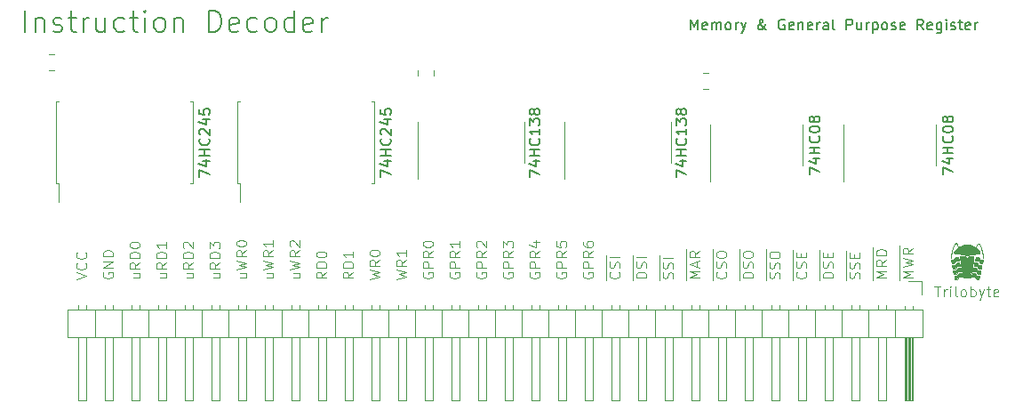
<source format=gbr>
%TF.GenerationSoftware,KiCad,Pcbnew,(6.0.0-0)*%
%TF.CreationDate,2022-10-19T21:29:51-04:00*%
%TF.ProjectId,CPU-Instruction-Decoder,4350552d-496e-4737-9472-756374696f6e,rev?*%
%TF.SameCoordinates,Original*%
%TF.FileFunction,Legend,Top*%
%TF.FilePolarity,Positive*%
%FSLAX46Y46*%
G04 Gerber Fmt 4.6, Leading zero omitted, Abs format (unit mm)*
G04 Created by KiCad (PCBNEW (6.0.0-0)) date 2022-10-19 21:29:51*
%MOMM*%
%LPD*%
G01*
G04 APERTURE LIST*
%ADD10C,0.100000*%
%ADD11C,0.150000*%
%ADD12C,0.120000*%
%ADD13C,0.013229*%
G04 APERTURE END LIST*
D10*
X338006000Y-220153000D02*
X338006000Y-219010142D01*
X339288380Y-219914904D02*
X338288380Y-219914904D01*
X339002666Y-219581571D01*
X338288380Y-219248238D01*
X339288380Y-219248238D01*
X338006000Y-219010142D02*
X338006000Y-217867285D01*
X338288380Y-218867285D02*
X339288380Y-218629190D01*
X338574095Y-218438714D01*
X339288380Y-218248238D01*
X338288380Y-218010142D01*
X338006000Y-217867285D02*
X338006000Y-216867285D01*
X339288380Y-217057761D02*
X338812190Y-217391095D01*
X339288380Y-217629190D02*
X338288380Y-217629190D01*
X338288380Y-217248238D01*
X338336000Y-217153000D01*
X338383619Y-217105380D01*
X338478857Y-217057761D01*
X338621714Y-217057761D01*
X338716952Y-217105380D01*
X338764571Y-217153000D01*
X338812190Y-217248238D01*
X338812190Y-217629190D01*
X290028380Y-220010142D02*
X291028380Y-219772047D01*
X290314095Y-219581571D01*
X291028380Y-219391095D01*
X290028380Y-219153000D01*
X291028380Y-218200619D02*
X290552190Y-218533952D01*
X291028380Y-218772047D02*
X290028380Y-218772047D01*
X290028380Y-218391095D01*
X290076000Y-218295857D01*
X290123619Y-218248238D01*
X290218857Y-218200619D01*
X290361714Y-218200619D01*
X290456952Y-218248238D01*
X290504571Y-218295857D01*
X290552190Y-218391095D01*
X290552190Y-218772047D01*
X291028380Y-217248238D02*
X291028380Y-217819666D01*
X291028380Y-217533952D02*
X290028380Y-217533952D01*
X290171238Y-217629190D01*
X290266476Y-217724428D01*
X290314095Y-217819666D01*
X292616000Y-219391095D02*
X292568380Y-219486333D01*
X292568380Y-219629190D01*
X292616000Y-219772047D01*
X292711238Y-219867285D01*
X292806476Y-219914904D01*
X292996952Y-219962523D01*
X293139809Y-219962523D01*
X293330285Y-219914904D01*
X293425523Y-219867285D01*
X293520761Y-219772047D01*
X293568380Y-219629190D01*
X293568380Y-219533952D01*
X293520761Y-219391095D01*
X293473142Y-219343476D01*
X293139809Y-219343476D01*
X293139809Y-219533952D01*
X293568380Y-218914904D02*
X292568380Y-218914904D01*
X292568380Y-218533952D01*
X292616000Y-218438714D01*
X292663619Y-218391095D01*
X292758857Y-218343476D01*
X292901714Y-218343476D01*
X292996952Y-218391095D01*
X293044571Y-218438714D01*
X293092190Y-218533952D01*
X293092190Y-218914904D01*
X293568380Y-217343476D02*
X293092190Y-217676809D01*
X293568380Y-217914904D02*
X292568380Y-217914904D01*
X292568380Y-217533952D01*
X292616000Y-217438714D01*
X292663619Y-217391095D01*
X292758857Y-217343476D01*
X292901714Y-217343476D01*
X292996952Y-217391095D01*
X293044571Y-217438714D01*
X293092190Y-217533952D01*
X293092190Y-217914904D01*
X292568380Y-216724428D02*
X292568380Y-216629190D01*
X292616000Y-216533952D01*
X292663619Y-216486333D01*
X292758857Y-216438714D01*
X292949333Y-216391095D01*
X293187428Y-216391095D01*
X293377904Y-216438714D01*
X293473142Y-216486333D01*
X293520761Y-216533952D01*
X293568380Y-216629190D01*
X293568380Y-216724428D01*
X293520761Y-216819666D01*
X293473142Y-216867285D01*
X293377904Y-216914904D01*
X293187428Y-216962523D01*
X292949333Y-216962523D01*
X292758857Y-216914904D01*
X292663619Y-216867285D01*
X292616000Y-216819666D01*
X292568380Y-216724428D01*
X285948380Y-219343476D02*
X285472190Y-219676809D01*
X285948380Y-219914904D02*
X284948380Y-219914904D01*
X284948380Y-219533952D01*
X284996000Y-219438714D01*
X285043619Y-219391095D01*
X285138857Y-219343476D01*
X285281714Y-219343476D01*
X285376952Y-219391095D01*
X285424571Y-219438714D01*
X285472190Y-219533952D01*
X285472190Y-219914904D01*
X285948380Y-218914904D02*
X284948380Y-218914904D01*
X284948380Y-218676809D01*
X284996000Y-218533952D01*
X285091238Y-218438714D01*
X285186476Y-218391095D01*
X285376952Y-218343476D01*
X285519809Y-218343476D01*
X285710285Y-218391095D01*
X285805523Y-218438714D01*
X285900761Y-218533952D01*
X285948380Y-218676809D01*
X285948380Y-218914904D01*
X285948380Y-217391095D02*
X285948380Y-217962523D01*
X285948380Y-217676809D02*
X284948380Y-217676809D01*
X285091238Y-217772047D01*
X285186476Y-217867285D01*
X285234095Y-217962523D01*
X312606000Y-220153000D02*
X312606000Y-219153000D01*
X313888380Y-219914904D02*
X312888380Y-219914904D01*
X312888380Y-219676809D01*
X312936000Y-219533952D01*
X313031238Y-219438714D01*
X313126476Y-219391095D01*
X313316952Y-219343476D01*
X313459809Y-219343476D01*
X313650285Y-219391095D01*
X313745523Y-219438714D01*
X313840761Y-219533952D01*
X313888380Y-219676809D01*
X313888380Y-219914904D01*
X312606000Y-219153000D02*
X312606000Y-218200619D01*
X313840761Y-218962523D02*
X313888380Y-218819666D01*
X313888380Y-218581571D01*
X313840761Y-218486333D01*
X313793142Y-218438714D01*
X313697904Y-218391095D01*
X313602666Y-218391095D01*
X313507428Y-218438714D01*
X313459809Y-218486333D01*
X313412190Y-218581571D01*
X313364571Y-218772047D01*
X313316952Y-218867285D01*
X313269333Y-218914904D01*
X313174095Y-218962523D01*
X313078857Y-218962523D01*
X312983619Y-218914904D01*
X312936000Y-218867285D01*
X312888380Y-218772047D01*
X312888380Y-218533952D01*
X312936000Y-218391095D01*
X312606000Y-218200619D02*
X312606000Y-217724428D01*
X313888380Y-217962523D02*
X312888380Y-217962523D01*
X297696000Y-219391095D02*
X297648380Y-219486333D01*
X297648380Y-219629190D01*
X297696000Y-219772047D01*
X297791238Y-219867285D01*
X297886476Y-219914904D01*
X298076952Y-219962523D01*
X298219809Y-219962523D01*
X298410285Y-219914904D01*
X298505523Y-219867285D01*
X298600761Y-219772047D01*
X298648380Y-219629190D01*
X298648380Y-219533952D01*
X298600761Y-219391095D01*
X298553142Y-219343476D01*
X298219809Y-219343476D01*
X298219809Y-219533952D01*
X298648380Y-218914904D02*
X297648380Y-218914904D01*
X297648380Y-218533952D01*
X297696000Y-218438714D01*
X297743619Y-218391095D01*
X297838857Y-218343476D01*
X297981714Y-218343476D01*
X298076952Y-218391095D01*
X298124571Y-218438714D01*
X298172190Y-218533952D01*
X298172190Y-218914904D01*
X298648380Y-217343476D02*
X298172190Y-217676809D01*
X298648380Y-217914904D02*
X297648380Y-217914904D01*
X297648380Y-217533952D01*
X297696000Y-217438714D01*
X297743619Y-217391095D01*
X297838857Y-217343476D01*
X297981714Y-217343476D01*
X298076952Y-217391095D01*
X298124571Y-217438714D01*
X298172190Y-217533952D01*
X298172190Y-217914904D01*
X297743619Y-216962523D02*
X297696000Y-216914904D01*
X297648380Y-216819666D01*
X297648380Y-216581571D01*
X297696000Y-216486333D01*
X297743619Y-216438714D01*
X297838857Y-216391095D01*
X297934095Y-216391095D01*
X298076952Y-216438714D01*
X298648380Y-217010142D01*
X298648380Y-216391095D01*
X305316000Y-219391095D02*
X305268380Y-219486333D01*
X305268380Y-219629190D01*
X305316000Y-219772047D01*
X305411238Y-219867285D01*
X305506476Y-219914904D01*
X305696952Y-219962523D01*
X305839809Y-219962523D01*
X306030285Y-219914904D01*
X306125523Y-219867285D01*
X306220761Y-219772047D01*
X306268380Y-219629190D01*
X306268380Y-219533952D01*
X306220761Y-219391095D01*
X306173142Y-219343476D01*
X305839809Y-219343476D01*
X305839809Y-219533952D01*
X306268380Y-218914904D02*
X305268380Y-218914904D01*
X305268380Y-218533952D01*
X305316000Y-218438714D01*
X305363619Y-218391095D01*
X305458857Y-218343476D01*
X305601714Y-218343476D01*
X305696952Y-218391095D01*
X305744571Y-218438714D01*
X305792190Y-218533952D01*
X305792190Y-218914904D01*
X306268380Y-217343476D02*
X305792190Y-217676809D01*
X306268380Y-217914904D02*
X305268380Y-217914904D01*
X305268380Y-217533952D01*
X305316000Y-217438714D01*
X305363619Y-217391095D01*
X305458857Y-217343476D01*
X305601714Y-217343476D01*
X305696952Y-217391095D01*
X305744571Y-217438714D01*
X305792190Y-217533952D01*
X305792190Y-217914904D01*
X305268380Y-216438714D02*
X305268380Y-216914904D01*
X305744571Y-216962523D01*
X305696952Y-216914904D01*
X305649333Y-216819666D01*
X305649333Y-216581571D01*
X305696952Y-216486333D01*
X305744571Y-216438714D01*
X305839809Y-216391095D01*
X306077904Y-216391095D01*
X306173142Y-216438714D01*
X306220761Y-216486333D01*
X306268380Y-216581571D01*
X306268380Y-216819666D01*
X306220761Y-216914904D01*
X306173142Y-216962523D01*
X262136000Y-219391095D02*
X262088380Y-219486333D01*
X262088380Y-219629190D01*
X262136000Y-219772047D01*
X262231238Y-219867285D01*
X262326476Y-219914904D01*
X262516952Y-219962523D01*
X262659809Y-219962523D01*
X262850285Y-219914904D01*
X262945523Y-219867285D01*
X263040761Y-219772047D01*
X263088380Y-219629190D01*
X263088380Y-219533952D01*
X263040761Y-219391095D01*
X262993142Y-219343476D01*
X262659809Y-219343476D01*
X262659809Y-219533952D01*
X263088380Y-218914904D02*
X262088380Y-218914904D01*
X263088380Y-218343476D01*
X262088380Y-218343476D01*
X263088380Y-217867285D02*
X262088380Y-217867285D01*
X262088380Y-217629190D01*
X262136000Y-217486333D01*
X262231238Y-217391095D01*
X262326476Y-217343476D01*
X262516952Y-217295857D01*
X262659809Y-217295857D01*
X262850285Y-217343476D01*
X262945523Y-217391095D01*
X263040761Y-217486333D01*
X263088380Y-217629190D01*
X263088380Y-217867285D01*
X283408380Y-219343476D02*
X282932190Y-219676809D01*
X283408380Y-219914904D02*
X282408380Y-219914904D01*
X282408380Y-219533952D01*
X282456000Y-219438714D01*
X282503619Y-219391095D01*
X282598857Y-219343476D01*
X282741714Y-219343476D01*
X282836952Y-219391095D01*
X282884571Y-219438714D01*
X282932190Y-219533952D01*
X282932190Y-219914904D01*
X283408380Y-218914904D02*
X282408380Y-218914904D01*
X282408380Y-218676809D01*
X282456000Y-218533952D01*
X282551238Y-218438714D01*
X282646476Y-218391095D01*
X282836952Y-218343476D01*
X282979809Y-218343476D01*
X283170285Y-218391095D01*
X283265523Y-218438714D01*
X283360761Y-218533952D01*
X283408380Y-218676809D01*
X283408380Y-218914904D01*
X282408380Y-217724428D02*
X282408380Y-217629190D01*
X282456000Y-217533952D01*
X282503619Y-217486333D01*
X282598857Y-217438714D01*
X282789333Y-217391095D01*
X283027428Y-217391095D01*
X283217904Y-217438714D01*
X283313142Y-217486333D01*
X283360761Y-217533952D01*
X283408380Y-217629190D01*
X283408380Y-217724428D01*
X283360761Y-217819666D01*
X283313142Y-217867285D01*
X283217904Y-217914904D01*
X283027428Y-217962523D01*
X282789333Y-217962523D01*
X282598857Y-217914904D01*
X282503619Y-217867285D01*
X282456000Y-217819666D01*
X282408380Y-217724428D01*
X272581714Y-219486333D02*
X273248380Y-219486333D01*
X272581714Y-219914904D02*
X273105523Y-219914904D01*
X273200761Y-219867285D01*
X273248380Y-219772047D01*
X273248380Y-219629190D01*
X273200761Y-219533952D01*
X273153142Y-219486333D01*
X273248380Y-218438714D02*
X272772190Y-218772047D01*
X273248380Y-219010142D02*
X272248380Y-219010142D01*
X272248380Y-218629190D01*
X272296000Y-218533952D01*
X272343619Y-218486333D01*
X272438857Y-218438714D01*
X272581714Y-218438714D01*
X272676952Y-218486333D01*
X272724571Y-218533952D01*
X272772190Y-218629190D01*
X272772190Y-219010142D01*
X273248380Y-218010142D02*
X272248380Y-218010142D01*
X272248380Y-217772047D01*
X272296000Y-217629190D01*
X272391238Y-217533952D01*
X272486476Y-217486333D01*
X272676952Y-217438714D01*
X272819809Y-217438714D01*
X273010285Y-217486333D01*
X273105523Y-217533952D01*
X273200761Y-217629190D01*
X273248380Y-217772047D01*
X273248380Y-218010142D01*
X272248380Y-217105380D02*
X272248380Y-216486333D01*
X272629333Y-216819666D01*
X272629333Y-216676809D01*
X272676952Y-216581571D01*
X272724571Y-216533952D01*
X272819809Y-216486333D01*
X273057904Y-216486333D01*
X273153142Y-216533952D01*
X273200761Y-216581571D01*
X273248380Y-216676809D01*
X273248380Y-216962523D01*
X273200761Y-217057761D01*
X273153142Y-217105380D01*
X320226000Y-220153000D02*
X320226000Y-219153000D01*
X321413142Y-219343476D02*
X321460761Y-219391095D01*
X321508380Y-219533952D01*
X321508380Y-219629190D01*
X321460761Y-219772047D01*
X321365523Y-219867285D01*
X321270285Y-219914904D01*
X321079809Y-219962523D01*
X320936952Y-219962523D01*
X320746476Y-219914904D01*
X320651238Y-219867285D01*
X320556000Y-219772047D01*
X320508380Y-219629190D01*
X320508380Y-219533952D01*
X320556000Y-219391095D01*
X320603619Y-219343476D01*
X320226000Y-219153000D02*
X320226000Y-218200619D01*
X321460761Y-218962523D02*
X321508380Y-218819666D01*
X321508380Y-218581571D01*
X321460761Y-218486333D01*
X321413142Y-218438714D01*
X321317904Y-218391095D01*
X321222666Y-218391095D01*
X321127428Y-218438714D01*
X321079809Y-218486333D01*
X321032190Y-218581571D01*
X320984571Y-218772047D01*
X320936952Y-218867285D01*
X320889333Y-218914904D01*
X320794095Y-218962523D01*
X320698857Y-218962523D01*
X320603619Y-218914904D01*
X320556000Y-218867285D01*
X320508380Y-218772047D01*
X320508380Y-218533952D01*
X320556000Y-218391095D01*
X320226000Y-218200619D02*
X320226000Y-217153000D01*
X320508380Y-217772047D02*
X320508380Y-217581571D01*
X320556000Y-217486333D01*
X320651238Y-217391095D01*
X320841714Y-217343476D01*
X321175047Y-217343476D01*
X321365523Y-217391095D01*
X321460761Y-217486333D01*
X321508380Y-217581571D01*
X321508380Y-217772047D01*
X321460761Y-217867285D01*
X321365523Y-217962523D01*
X321175047Y-218010142D01*
X320841714Y-218010142D01*
X320651238Y-217962523D01*
X320556000Y-217867285D01*
X320508380Y-217772047D01*
X280201714Y-219486333D02*
X280868380Y-219486333D01*
X280201714Y-219914904D02*
X280725523Y-219914904D01*
X280820761Y-219867285D01*
X280868380Y-219772047D01*
X280868380Y-219629190D01*
X280820761Y-219533952D01*
X280773142Y-219486333D01*
X279868380Y-219105380D02*
X280868380Y-218867285D01*
X280154095Y-218676809D01*
X280868380Y-218486333D01*
X279868380Y-218248238D01*
X280868380Y-217295857D02*
X280392190Y-217629190D01*
X280868380Y-217867285D02*
X279868380Y-217867285D01*
X279868380Y-217486333D01*
X279916000Y-217391095D01*
X279963619Y-217343476D01*
X280058857Y-217295857D01*
X280201714Y-217295857D01*
X280296952Y-217343476D01*
X280344571Y-217391095D01*
X280392190Y-217486333D01*
X280392190Y-217867285D01*
X279963619Y-216914904D02*
X279916000Y-216867285D01*
X279868380Y-216772047D01*
X279868380Y-216533952D01*
X279916000Y-216438714D01*
X279963619Y-216391095D01*
X280058857Y-216343476D01*
X280154095Y-216343476D01*
X280296952Y-216391095D01*
X280868380Y-216962523D01*
X280868380Y-216343476D01*
X300236000Y-219391095D02*
X300188380Y-219486333D01*
X300188380Y-219629190D01*
X300236000Y-219772047D01*
X300331238Y-219867285D01*
X300426476Y-219914904D01*
X300616952Y-219962523D01*
X300759809Y-219962523D01*
X300950285Y-219914904D01*
X301045523Y-219867285D01*
X301140761Y-219772047D01*
X301188380Y-219629190D01*
X301188380Y-219533952D01*
X301140761Y-219391095D01*
X301093142Y-219343476D01*
X300759809Y-219343476D01*
X300759809Y-219533952D01*
X301188380Y-218914904D02*
X300188380Y-218914904D01*
X300188380Y-218533952D01*
X300236000Y-218438714D01*
X300283619Y-218391095D01*
X300378857Y-218343476D01*
X300521714Y-218343476D01*
X300616952Y-218391095D01*
X300664571Y-218438714D01*
X300712190Y-218533952D01*
X300712190Y-218914904D01*
X301188380Y-217343476D02*
X300712190Y-217676809D01*
X301188380Y-217914904D02*
X300188380Y-217914904D01*
X300188380Y-217533952D01*
X300236000Y-217438714D01*
X300283619Y-217391095D01*
X300378857Y-217343476D01*
X300521714Y-217343476D01*
X300616952Y-217391095D01*
X300664571Y-217438714D01*
X300712190Y-217533952D01*
X300712190Y-217914904D01*
X300188380Y-217010142D02*
X300188380Y-216391095D01*
X300569333Y-216724428D01*
X300569333Y-216581571D01*
X300616952Y-216486333D01*
X300664571Y-216438714D01*
X300759809Y-216391095D01*
X300997904Y-216391095D01*
X301093142Y-216438714D01*
X301140761Y-216486333D01*
X301188380Y-216581571D01*
X301188380Y-216867285D01*
X301140761Y-216962523D01*
X301093142Y-217010142D01*
X315146000Y-220153000D02*
X315146000Y-219200619D01*
X316380761Y-219962523D02*
X316428380Y-219819666D01*
X316428380Y-219581571D01*
X316380761Y-219486333D01*
X316333142Y-219438714D01*
X316237904Y-219391095D01*
X316142666Y-219391095D01*
X316047428Y-219438714D01*
X315999809Y-219486333D01*
X315952190Y-219581571D01*
X315904571Y-219772047D01*
X315856952Y-219867285D01*
X315809333Y-219914904D01*
X315714095Y-219962523D01*
X315618857Y-219962523D01*
X315523619Y-219914904D01*
X315476000Y-219867285D01*
X315428380Y-219772047D01*
X315428380Y-219533952D01*
X315476000Y-219391095D01*
X315146000Y-219200619D02*
X315146000Y-218248238D01*
X316380761Y-219010142D02*
X316428380Y-218867285D01*
X316428380Y-218629190D01*
X316380761Y-218533952D01*
X316333142Y-218486333D01*
X316237904Y-218438714D01*
X316142666Y-218438714D01*
X316047428Y-218486333D01*
X315999809Y-218533952D01*
X315952190Y-218629190D01*
X315904571Y-218819666D01*
X315856952Y-218914904D01*
X315809333Y-218962523D01*
X315714095Y-219010142D01*
X315618857Y-219010142D01*
X315523619Y-218962523D01*
X315476000Y-218914904D01*
X315428380Y-218819666D01*
X315428380Y-218581571D01*
X315476000Y-218438714D01*
X315146000Y-218248238D02*
X315146000Y-217772047D01*
X316428380Y-218010142D02*
X315428380Y-218010142D01*
X322766000Y-220153000D02*
X322766000Y-219153000D01*
X324048380Y-219914904D02*
X323048380Y-219914904D01*
X323048380Y-219676809D01*
X323096000Y-219533952D01*
X323191238Y-219438714D01*
X323286476Y-219391095D01*
X323476952Y-219343476D01*
X323619809Y-219343476D01*
X323810285Y-219391095D01*
X323905523Y-219438714D01*
X324000761Y-219533952D01*
X324048380Y-219676809D01*
X324048380Y-219914904D01*
X322766000Y-219153000D02*
X322766000Y-218200619D01*
X324000761Y-218962523D02*
X324048380Y-218819666D01*
X324048380Y-218581571D01*
X324000761Y-218486333D01*
X323953142Y-218438714D01*
X323857904Y-218391095D01*
X323762666Y-218391095D01*
X323667428Y-218438714D01*
X323619809Y-218486333D01*
X323572190Y-218581571D01*
X323524571Y-218772047D01*
X323476952Y-218867285D01*
X323429333Y-218914904D01*
X323334095Y-218962523D01*
X323238857Y-218962523D01*
X323143619Y-218914904D01*
X323096000Y-218867285D01*
X323048380Y-218772047D01*
X323048380Y-218533952D01*
X323096000Y-218391095D01*
X322766000Y-218200619D02*
X322766000Y-217153000D01*
X323048380Y-217772047D02*
X323048380Y-217581571D01*
X323096000Y-217486333D01*
X323191238Y-217391095D01*
X323381714Y-217343476D01*
X323715047Y-217343476D01*
X323905523Y-217391095D01*
X324000761Y-217486333D01*
X324048380Y-217581571D01*
X324048380Y-217772047D01*
X324000761Y-217867285D01*
X323905523Y-217962523D01*
X323715047Y-218010142D01*
X323381714Y-218010142D01*
X323191238Y-217962523D01*
X323096000Y-217867285D01*
X323048380Y-217772047D01*
X335466000Y-220153000D02*
X335466000Y-219010142D01*
X336748380Y-219914904D02*
X335748380Y-219914904D01*
X336462666Y-219581571D01*
X335748380Y-219248238D01*
X336748380Y-219248238D01*
X335466000Y-219010142D02*
X335466000Y-218010142D01*
X336748380Y-218200619D02*
X336272190Y-218533952D01*
X336748380Y-218772047D02*
X335748380Y-218772047D01*
X335748380Y-218391095D01*
X335796000Y-218295857D01*
X335843619Y-218248238D01*
X335938857Y-218200619D01*
X336081714Y-218200619D01*
X336176952Y-218248238D01*
X336224571Y-218295857D01*
X336272190Y-218391095D01*
X336272190Y-218772047D01*
X335466000Y-218010142D02*
X335466000Y-217010142D01*
X336748380Y-217772047D02*
X335748380Y-217772047D01*
X335748380Y-217533952D01*
X335796000Y-217391095D01*
X335891238Y-217295857D01*
X335986476Y-217248238D01*
X336176952Y-217200619D01*
X336319809Y-217200619D01*
X336510285Y-217248238D01*
X336605523Y-217295857D01*
X336700761Y-217391095D01*
X336748380Y-217533952D01*
X336748380Y-217772047D01*
X287488380Y-220010142D02*
X288488380Y-219772047D01*
X287774095Y-219581571D01*
X288488380Y-219391095D01*
X287488380Y-219153000D01*
X288488380Y-218200619D02*
X288012190Y-218533952D01*
X288488380Y-218772047D02*
X287488380Y-218772047D01*
X287488380Y-218391095D01*
X287536000Y-218295857D01*
X287583619Y-218248238D01*
X287678857Y-218200619D01*
X287821714Y-218200619D01*
X287916952Y-218248238D01*
X287964571Y-218295857D01*
X288012190Y-218391095D01*
X288012190Y-218772047D01*
X287488380Y-217581571D02*
X287488380Y-217486333D01*
X287536000Y-217391095D01*
X287583619Y-217343476D01*
X287678857Y-217295857D01*
X287869333Y-217248238D01*
X288107428Y-217248238D01*
X288297904Y-217295857D01*
X288393142Y-217343476D01*
X288440761Y-217391095D01*
X288488380Y-217486333D01*
X288488380Y-217581571D01*
X288440761Y-217676809D01*
X288393142Y-217724428D01*
X288297904Y-217772047D01*
X288107428Y-217819666D01*
X287869333Y-217819666D01*
X287678857Y-217772047D01*
X287583619Y-217724428D01*
X287536000Y-217676809D01*
X287488380Y-217581571D01*
X327846000Y-220153000D02*
X327846000Y-219153000D01*
X329033142Y-219343476D02*
X329080761Y-219391095D01*
X329128380Y-219533952D01*
X329128380Y-219629190D01*
X329080761Y-219772047D01*
X328985523Y-219867285D01*
X328890285Y-219914904D01*
X328699809Y-219962523D01*
X328556952Y-219962523D01*
X328366476Y-219914904D01*
X328271238Y-219867285D01*
X328176000Y-219772047D01*
X328128380Y-219629190D01*
X328128380Y-219533952D01*
X328176000Y-219391095D01*
X328223619Y-219343476D01*
X327846000Y-219153000D02*
X327846000Y-218200619D01*
X329080761Y-218962523D02*
X329128380Y-218819666D01*
X329128380Y-218581571D01*
X329080761Y-218486333D01*
X329033142Y-218438714D01*
X328937904Y-218391095D01*
X328842666Y-218391095D01*
X328747428Y-218438714D01*
X328699809Y-218486333D01*
X328652190Y-218581571D01*
X328604571Y-218772047D01*
X328556952Y-218867285D01*
X328509333Y-218914904D01*
X328414095Y-218962523D01*
X328318857Y-218962523D01*
X328223619Y-218914904D01*
X328176000Y-218867285D01*
X328128380Y-218772047D01*
X328128380Y-218533952D01*
X328176000Y-218391095D01*
X327846000Y-218200619D02*
X327846000Y-217295857D01*
X328604571Y-217962523D02*
X328604571Y-217629190D01*
X329128380Y-217486333D02*
X329128380Y-217962523D01*
X328128380Y-217962523D01*
X328128380Y-217486333D01*
X264961714Y-219486333D02*
X265628380Y-219486333D01*
X264961714Y-219914904D02*
X265485523Y-219914904D01*
X265580761Y-219867285D01*
X265628380Y-219772047D01*
X265628380Y-219629190D01*
X265580761Y-219533952D01*
X265533142Y-219486333D01*
X265628380Y-218438714D02*
X265152190Y-218772047D01*
X265628380Y-219010142D02*
X264628380Y-219010142D01*
X264628380Y-218629190D01*
X264676000Y-218533952D01*
X264723619Y-218486333D01*
X264818857Y-218438714D01*
X264961714Y-218438714D01*
X265056952Y-218486333D01*
X265104571Y-218533952D01*
X265152190Y-218629190D01*
X265152190Y-219010142D01*
X265628380Y-218010142D02*
X264628380Y-218010142D01*
X264628380Y-217772047D01*
X264676000Y-217629190D01*
X264771238Y-217533952D01*
X264866476Y-217486333D01*
X265056952Y-217438714D01*
X265199809Y-217438714D01*
X265390285Y-217486333D01*
X265485523Y-217533952D01*
X265580761Y-217629190D01*
X265628380Y-217772047D01*
X265628380Y-218010142D01*
X264628380Y-216819666D02*
X264628380Y-216724428D01*
X264676000Y-216629190D01*
X264723619Y-216581571D01*
X264818857Y-216533952D01*
X265009333Y-216486333D01*
X265247428Y-216486333D01*
X265437904Y-216533952D01*
X265533142Y-216581571D01*
X265580761Y-216629190D01*
X265628380Y-216724428D01*
X265628380Y-216819666D01*
X265580761Y-216914904D01*
X265533142Y-216962523D01*
X265437904Y-217010142D01*
X265247428Y-217057761D01*
X265009333Y-217057761D01*
X264818857Y-217010142D01*
X264723619Y-216962523D01*
X264676000Y-216914904D01*
X264628380Y-216819666D01*
X330386000Y-220153000D02*
X330386000Y-219153000D01*
X331668380Y-219914904D02*
X330668380Y-219914904D01*
X330668380Y-219676809D01*
X330716000Y-219533952D01*
X330811238Y-219438714D01*
X330906476Y-219391095D01*
X331096952Y-219343476D01*
X331239809Y-219343476D01*
X331430285Y-219391095D01*
X331525523Y-219438714D01*
X331620761Y-219533952D01*
X331668380Y-219676809D01*
X331668380Y-219914904D01*
X330386000Y-219153000D02*
X330386000Y-218200619D01*
X331620761Y-218962523D02*
X331668380Y-218819666D01*
X331668380Y-218581571D01*
X331620761Y-218486333D01*
X331573142Y-218438714D01*
X331477904Y-218391095D01*
X331382666Y-218391095D01*
X331287428Y-218438714D01*
X331239809Y-218486333D01*
X331192190Y-218581571D01*
X331144571Y-218772047D01*
X331096952Y-218867285D01*
X331049333Y-218914904D01*
X330954095Y-218962523D01*
X330858857Y-218962523D01*
X330763619Y-218914904D01*
X330716000Y-218867285D01*
X330668380Y-218772047D01*
X330668380Y-218533952D01*
X330716000Y-218391095D01*
X330386000Y-218200619D02*
X330386000Y-217295857D01*
X331144571Y-217962523D02*
X331144571Y-217629190D01*
X331668380Y-217486333D02*
X331668380Y-217962523D01*
X330668380Y-217962523D01*
X330668380Y-217486333D01*
X259548380Y-220057761D02*
X260548380Y-219724428D01*
X259548380Y-219391095D01*
X260453142Y-218486333D02*
X260500761Y-218533952D01*
X260548380Y-218676809D01*
X260548380Y-218772047D01*
X260500761Y-218914904D01*
X260405523Y-219010142D01*
X260310285Y-219057761D01*
X260119809Y-219105380D01*
X259976952Y-219105380D01*
X259786476Y-219057761D01*
X259691238Y-219010142D01*
X259596000Y-218914904D01*
X259548380Y-218772047D01*
X259548380Y-218676809D01*
X259596000Y-218533952D01*
X259643619Y-218486333D01*
X260453142Y-217486333D02*
X260500761Y-217533952D01*
X260548380Y-217676809D01*
X260548380Y-217772047D01*
X260500761Y-217914904D01*
X260405523Y-218010142D01*
X260310285Y-218057761D01*
X260119809Y-218105380D01*
X259976952Y-218105380D01*
X259786476Y-218057761D01*
X259691238Y-218010142D01*
X259596000Y-217914904D01*
X259548380Y-217772047D01*
X259548380Y-217676809D01*
X259596000Y-217533952D01*
X259643619Y-217486333D01*
D11*
X318128761Y-196286380D02*
X318128761Y-195286380D01*
X318462095Y-196000666D01*
X318795428Y-195286380D01*
X318795428Y-196286380D01*
X319652571Y-196238761D02*
X319557333Y-196286380D01*
X319366857Y-196286380D01*
X319271619Y-196238761D01*
X319224000Y-196143523D01*
X319224000Y-195762571D01*
X319271619Y-195667333D01*
X319366857Y-195619714D01*
X319557333Y-195619714D01*
X319652571Y-195667333D01*
X319700190Y-195762571D01*
X319700190Y-195857809D01*
X319224000Y-195953047D01*
X320128761Y-196286380D02*
X320128761Y-195619714D01*
X320128761Y-195714952D02*
X320176380Y-195667333D01*
X320271619Y-195619714D01*
X320414476Y-195619714D01*
X320509714Y-195667333D01*
X320557333Y-195762571D01*
X320557333Y-196286380D01*
X320557333Y-195762571D02*
X320604952Y-195667333D01*
X320700190Y-195619714D01*
X320843047Y-195619714D01*
X320938285Y-195667333D01*
X320985904Y-195762571D01*
X320985904Y-196286380D01*
X321604952Y-196286380D02*
X321509714Y-196238761D01*
X321462095Y-196191142D01*
X321414476Y-196095904D01*
X321414476Y-195810190D01*
X321462095Y-195714952D01*
X321509714Y-195667333D01*
X321604952Y-195619714D01*
X321747809Y-195619714D01*
X321843047Y-195667333D01*
X321890666Y-195714952D01*
X321938285Y-195810190D01*
X321938285Y-196095904D01*
X321890666Y-196191142D01*
X321843047Y-196238761D01*
X321747809Y-196286380D01*
X321604952Y-196286380D01*
X322366857Y-196286380D02*
X322366857Y-195619714D01*
X322366857Y-195810190D02*
X322414476Y-195714952D01*
X322462095Y-195667333D01*
X322557333Y-195619714D01*
X322652571Y-195619714D01*
X322890666Y-195619714D02*
X323128761Y-196286380D01*
X323366857Y-195619714D02*
X323128761Y-196286380D01*
X323033523Y-196524476D01*
X322985904Y-196572095D01*
X322890666Y-196619714D01*
X325319238Y-196286380D02*
X325271619Y-196286380D01*
X325176380Y-196238761D01*
X325033523Y-196095904D01*
X324795428Y-195810190D01*
X324700190Y-195667333D01*
X324652571Y-195524476D01*
X324652571Y-195429238D01*
X324700190Y-195334000D01*
X324795428Y-195286380D01*
X324843047Y-195286380D01*
X324938285Y-195334000D01*
X324985904Y-195429238D01*
X324985904Y-195476857D01*
X324938285Y-195572095D01*
X324890666Y-195619714D01*
X324604952Y-195810190D01*
X324557333Y-195857809D01*
X324509714Y-195953047D01*
X324509714Y-196095904D01*
X324557333Y-196191142D01*
X324604952Y-196238761D01*
X324700190Y-196286380D01*
X324843047Y-196286380D01*
X324938285Y-196238761D01*
X324985904Y-196191142D01*
X325128761Y-196000666D01*
X325176380Y-195857809D01*
X325176380Y-195762571D01*
X327033523Y-195334000D02*
X326938285Y-195286380D01*
X326795428Y-195286380D01*
X326652571Y-195334000D01*
X326557333Y-195429238D01*
X326509714Y-195524476D01*
X326462095Y-195714952D01*
X326462095Y-195857809D01*
X326509714Y-196048285D01*
X326557333Y-196143523D01*
X326652571Y-196238761D01*
X326795428Y-196286380D01*
X326890666Y-196286380D01*
X327033523Y-196238761D01*
X327081142Y-196191142D01*
X327081142Y-195857809D01*
X326890666Y-195857809D01*
X327890666Y-196238761D02*
X327795428Y-196286380D01*
X327604952Y-196286380D01*
X327509714Y-196238761D01*
X327462095Y-196143523D01*
X327462095Y-195762571D01*
X327509714Y-195667333D01*
X327604952Y-195619714D01*
X327795428Y-195619714D01*
X327890666Y-195667333D01*
X327938285Y-195762571D01*
X327938285Y-195857809D01*
X327462095Y-195953047D01*
X328366857Y-195619714D02*
X328366857Y-196286380D01*
X328366857Y-195714952D02*
X328414476Y-195667333D01*
X328509714Y-195619714D01*
X328652571Y-195619714D01*
X328747809Y-195667333D01*
X328795428Y-195762571D01*
X328795428Y-196286380D01*
X329652571Y-196238761D02*
X329557333Y-196286380D01*
X329366857Y-196286380D01*
X329271619Y-196238761D01*
X329224000Y-196143523D01*
X329224000Y-195762571D01*
X329271619Y-195667333D01*
X329366857Y-195619714D01*
X329557333Y-195619714D01*
X329652571Y-195667333D01*
X329700190Y-195762571D01*
X329700190Y-195857809D01*
X329224000Y-195953047D01*
X330128761Y-196286380D02*
X330128761Y-195619714D01*
X330128761Y-195810190D02*
X330176380Y-195714952D01*
X330224000Y-195667333D01*
X330319238Y-195619714D01*
X330414476Y-195619714D01*
X331176380Y-196286380D02*
X331176380Y-195762571D01*
X331128761Y-195667333D01*
X331033523Y-195619714D01*
X330843047Y-195619714D01*
X330747809Y-195667333D01*
X331176380Y-196238761D02*
X331081142Y-196286380D01*
X330843047Y-196286380D01*
X330747809Y-196238761D01*
X330700190Y-196143523D01*
X330700190Y-196048285D01*
X330747809Y-195953047D01*
X330843047Y-195905428D01*
X331081142Y-195905428D01*
X331176380Y-195857809D01*
X331795428Y-196286380D02*
X331700190Y-196238761D01*
X331652571Y-196143523D01*
X331652571Y-195286380D01*
X332938285Y-196286380D02*
X332938285Y-195286380D01*
X333319238Y-195286380D01*
X333414476Y-195334000D01*
X333462095Y-195381619D01*
X333509714Y-195476857D01*
X333509714Y-195619714D01*
X333462095Y-195714952D01*
X333414476Y-195762571D01*
X333319238Y-195810190D01*
X332938285Y-195810190D01*
X334366857Y-195619714D02*
X334366857Y-196286380D01*
X333938285Y-195619714D02*
X333938285Y-196143523D01*
X333985904Y-196238761D01*
X334081142Y-196286380D01*
X334224000Y-196286380D01*
X334319238Y-196238761D01*
X334366857Y-196191142D01*
X334843047Y-196286380D02*
X334843047Y-195619714D01*
X334843047Y-195810190D02*
X334890666Y-195714952D01*
X334938285Y-195667333D01*
X335033523Y-195619714D01*
X335128761Y-195619714D01*
X335462095Y-195619714D02*
X335462095Y-196619714D01*
X335462095Y-195667333D02*
X335557333Y-195619714D01*
X335747809Y-195619714D01*
X335843047Y-195667333D01*
X335890666Y-195714952D01*
X335938285Y-195810190D01*
X335938285Y-196095904D01*
X335890666Y-196191142D01*
X335843047Y-196238761D01*
X335747809Y-196286380D01*
X335557333Y-196286380D01*
X335462095Y-196238761D01*
X336509714Y-196286380D02*
X336414476Y-196238761D01*
X336366857Y-196191142D01*
X336319238Y-196095904D01*
X336319238Y-195810190D01*
X336366857Y-195714952D01*
X336414476Y-195667333D01*
X336509714Y-195619714D01*
X336652571Y-195619714D01*
X336747809Y-195667333D01*
X336795428Y-195714952D01*
X336843047Y-195810190D01*
X336843047Y-196095904D01*
X336795428Y-196191142D01*
X336747809Y-196238761D01*
X336652571Y-196286380D01*
X336509714Y-196286380D01*
X337224000Y-196238761D02*
X337319238Y-196286380D01*
X337509714Y-196286380D01*
X337604952Y-196238761D01*
X337652571Y-196143523D01*
X337652571Y-196095904D01*
X337604952Y-196000666D01*
X337509714Y-195953047D01*
X337366857Y-195953047D01*
X337271619Y-195905428D01*
X337224000Y-195810190D01*
X337224000Y-195762571D01*
X337271619Y-195667333D01*
X337366857Y-195619714D01*
X337509714Y-195619714D01*
X337604952Y-195667333D01*
X338462095Y-196238761D02*
X338366857Y-196286380D01*
X338176380Y-196286380D01*
X338081142Y-196238761D01*
X338033523Y-196143523D01*
X338033523Y-195762571D01*
X338081142Y-195667333D01*
X338176380Y-195619714D01*
X338366857Y-195619714D01*
X338462095Y-195667333D01*
X338509714Y-195762571D01*
X338509714Y-195857809D01*
X338033523Y-195953047D01*
X340271619Y-196286380D02*
X339938285Y-195810190D01*
X339700190Y-196286380D02*
X339700190Y-195286380D01*
X340081142Y-195286380D01*
X340176380Y-195334000D01*
X340224000Y-195381619D01*
X340271619Y-195476857D01*
X340271619Y-195619714D01*
X340224000Y-195714952D01*
X340176380Y-195762571D01*
X340081142Y-195810190D01*
X339700190Y-195810190D01*
X341081142Y-196238761D02*
X340985904Y-196286380D01*
X340795428Y-196286380D01*
X340700190Y-196238761D01*
X340652571Y-196143523D01*
X340652571Y-195762571D01*
X340700190Y-195667333D01*
X340795428Y-195619714D01*
X340985904Y-195619714D01*
X341081142Y-195667333D01*
X341128761Y-195762571D01*
X341128761Y-195857809D01*
X340652571Y-195953047D01*
X341985904Y-195619714D02*
X341985904Y-196429238D01*
X341938285Y-196524476D01*
X341890666Y-196572095D01*
X341795428Y-196619714D01*
X341652571Y-196619714D01*
X341557333Y-196572095D01*
X341985904Y-196238761D02*
X341890666Y-196286380D01*
X341700190Y-196286380D01*
X341604952Y-196238761D01*
X341557333Y-196191142D01*
X341509714Y-196095904D01*
X341509714Y-195810190D01*
X341557333Y-195714952D01*
X341604952Y-195667333D01*
X341700190Y-195619714D01*
X341890666Y-195619714D01*
X341985904Y-195667333D01*
X342462095Y-196286380D02*
X342462095Y-195619714D01*
X342462095Y-195286380D02*
X342414476Y-195334000D01*
X342462095Y-195381619D01*
X342509714Y-195334000D01*
X342462095Y-195286380D01*
X342462095Y-195381619D01*
X342890666Y-196238761D02*
X342985904Y-196286380D01*
X343176380Y-196286380D01*
X343271619Y-196238761D01*
X343319238Y-196143523D01*
X343319238Y-196095904D01*
X343271619Y-196000666D01*
X343176380Y-195953047D01*
X343033523Y-195953047D01*
X342938285Y-195905428D01*
X342890666Y-195810190D01*
X342890666Y-195762571D01*
X342938285Y-195667333D01*
X343033523Y-195619714D01*
X343176380Y-195619714D01*
X343271619Y-195667333D01*
X343604952Y-195619714D02*
X343985904Y-195619714D01*
X343747809Y-195286380D02*
X343747809Y-196143523D01*
X343795428Y-196238761D01*
X343890666Y-196286380D01*
X343985904Y-196286380D01*
X344700190Y-196238761D02*
X344604952Y-196286380D01*
X344414476Y-196286380D01*
X344319238Y-196238761D01*
X344271619Y-196143523D01*
X344271619Y-195762571D01*
X344319238Y-195667333D01*
X344414476Y-195619714D01*
X344604952Y-195619714D01*
X344700190Y-195667333D01*
X344747809Y-195762571D01*
X344747809Y-195857809D01*
X344271619Y-195953047D01*
X345176380Y-196286380D02*
X345176380Y-195619714D01*
X345176380Y-195810190D02*
X345224000Y-195714952D01*
X345271619Y-195667333D01*
X345366857Y-195619714D01*
X345462095Y-195619714D01*
D10*
X341328761Y-220686380D02*
X341900190Y-220686380D01*
X341614476Y-221686380D02*
X341614476Y-220686380D01*
X342233523Y-221686380D02*
X342233523Y-221019714D01*
X342233523Y-221210190D02*
X342281142Y-221114952D01*
X342328761Y-221067333D01*
X342424000Y-221019714D01*
X342519238Y-221019714D01*
X342852571Y-221686380D02*
X342852571Y-221019714D01*
X342852571Y-220686380D02*
X342804952Y-220734000D01*
X342852571Y-220781619D01*
X342900190Y-220734000D01*
X342852571Y-220686380D01*
X342852571Y-220781619D01*
X343471619Y-221686380D02*
X343376380Y-221638761D01*
X343328761Y-221543523D01*
X343328761Y-220686380D01*
X343995428Y-221686380D02*
X343900190Y-221638761D01*
X343852571Y-221591142D01*
X343804952Y-221495904D01*
X343804952Y-221210190D01*
X343852571Y-221114952D01*
X343900190Y-221067333D01*
X343995428Y-221019714D01*
X344138285Y-221019714D01*
X344233523Y-221067333D01*
X344281142Y-221114952D01*
X344328761Y-221210190D01*
X344328761Y-221495904D01*
X344281142Y-221591142D01*
X344233523Y-221638761D01*
X344138285Y-221686380D01*
X343995428Y-221686380D01*
X344757333Y-221686380D02*
X344757333Y-220686380D01*
X344757333Y-221067333D02*
X344852571Y-221019714D01*
X345043047Y-221019714D01*
X345138285Y-221067333D01*
X345185904Y-221114952D01*
X345233523Y-221210190D01*
X345233523Y-221495904D01*
X345185904Y-221591142D01*
X345138285Y-221638761D01*
X345043047Y-221686380D01*
X344852571Y-221686380D01*
X344757333Y-221638761D01*
X345566857Y-221019714D02*
X345804952Y-221686380D01*
X346043047Y-221019714D02*
X345804952Y-221686380D01*
X345709714Y-221924476D01*
X345662095Y-221972095D01*
X345566857Y-222019714D01*
X346281142Y-221019714D02*
X346662095Y-221019714D01*
X346424000Y-220686380D02*
X346424000Y-221543523D01*
X346471619Y-221638761D01*
X346566857Y-221686380D01*
X346662095Y-221686380D01*
X347376380Y-221638761D02*
X347281142Y-221686380D01*
X347090666Y-221686380D01*
X346995428Y-221638761D01*
X346947809Y-221543523D01*
X346947809Y-221162571D01*
X346995428Y-221067333D01*
X347090666Y-221019714D01*
X347281142Y-221019714D01*
X347376380Y-221067333D01*
X347424000Y-221162571D01*
X347424000Y-221257809D01*
X346947809Y-221353047D01*
X317686000Y-220153000D02*
X317686000Y-219010142D01*
X318968380Y-219914904D02*
X317968380Y-219914904D01*
X318682666Y-219581571D01*
X317968380Y-219248238D01*
X318968380Y-219248238D01*
X317686000Y-219010142D02*
X317686000Y-218153000D01*
X318682666Y-218819666D02*
X318682666Y-218343476D01*
X318968380Y-218914904D02*
X317968380Y-218581571D01*
X318968380Y-218248238D01*
X317686000Y-218153000D02*
X317686000Y-217153000D01*
X318968380Y-217343476D02*
X318492190Y-217676809D01*
X318968380Y-217914904D02*
X317968380Y-217914904D01*
X317968380Y-217533952D01*
X318016000Y-217438714D01*
X318063619Y-217391095D01*
X318158857Y-217343476D01*
X318301714Y-217343476D01*
X318396952Y-217391095D01*
X318444571Y-217438714D01*
X318492190Y-217533952D01*
X318492190Y-217914904D01*
X325306000Y-220153000D02*
X325306000Y-219200619D01*
X326540761Y-219962523D02*
X326588380Y-219819666D01*
X326588380Y-219581571D01*
X326540761Y-219486333D01*
X326493142Y-219438714D01*
X326397904Y-219391095D01*
X326302666Y-219391095D01*
X326207428Y-219438714D01*
X326159809Y-219486333D01*
X326112190Y-219581571D01*
X326064571Y-219772047D01*
X326016952Y-219867285D01*
X325969333Y-219914904D01*
X325874095Y-219962523D01*
X325778857Y-219962523D01*
X325683619Y-219914904D01*
X325636000Y-219867285D01*
X325588380Y-219772047D01*
X325588380Y-219533952D01*
X325636000Y-219391095D01*
X325306000Y-219200619D02*
X325306000Y-218248238D01*
X326540761Y-219010142D02*
X326588380Y-218867285D01*
X326588380Y-218629190D01*
X326540761Y-218533952D01*
X326493142Y-218486333D01*
X326397904Y-218438714D01*
X326302666Y-218438714D01*
X326207428Y-218486333D01*
X326159809Y-218533952D01*
X326112190Y-218629190D01*
X326064571Y-218819666D01*
X326016952Y-218914904D01*
X325969333Y-218962523D01*
X325874095Y-219010142D01*
X325778857Y-219010142D01*
X325683619Y-218962523D01*
X325636000Y-218914904D01*
X325588380Y-218819666D01*
X325588380Y-218581571D01*
X325636000Y-218438714D01*
X325306000Y-218248238D02*
X325306000Y-217200619D01*
X325588380Y-217819666D02*
X325588380Y-217629190D01*
X325636000Y-217533952D01*
X325731238Y-217438714D01*
X325921714Y-217391095D01*
X326255047Y-217391095D01*
X326445523Y-217438714D01*
X326540761Y-217533952D01*
X326588380Y-217629190D01*
X326588380Y-217819666D01*
X326540761Y-217914904D01*
X326445523Y-218010142D01*
X326255047Y-218057761D01*
X325921714Y-218057761D01*
X325731238Y-218010142D01*
X325636000Y-217914904D01*
X325588380Y-217819666D01*
X307856000Y-219391095D02*
X307808380Y-219486333D01*
X307808380Y-219629190D01*
X307856000Y-219772047D01*
X307951238Y-219867285D01*
X308046476Y-219914904D01*
X308236952Y-219962523D01*
X308379809Y-219962523D01*
X308570285Y-219914904D01*
X308665523Y-219867285D01*
X308760761Y-219772047D01*
X308808380Y-219629190D01*
X308808380Y-219533952D01*
X308760761Y-219391095D01*
X308713142Y-219343476D01*
X308379809Y-219343476D01*
X308379809Y-219533952D01*
X308808380Y-218914904D02*
X307808380Y-218914904D01*
X307808380Y-218533952D01*
X307856000Y-218438714D01*
X307903619Y-218391095D01*
X307998857Y-218343476D01*
X308141714Y-218343476D01*
X308236952Y-218391095D01*
X308284571Y-218438714D01*
X308332190Y-218533952D01*
X308332190Y-218914904D01*
X308808380Y-217343476D02*
X308332190Y-217676809D01*
X308808380Y-217914904D02*
X307808380Y-217914904D01*
X307808380Y-217533952D01*
X307856000Y-217438714D01*
X307903619Y-217391095D01*
X307998857Y-217343476D01*
X308141714Y-217343476D01*
X308236952Y-217391095D01*
X308284571Y-217438714D01*
X308332190Y-217533952D01*
X308332190Y-217914904D01*
X307808380Y-216486333D02*
X307808380Y-216676809D01*
X307856000Y-216772047D01*
X307903619Y-216819666D01*
X308046476Y-216914904D01*
X308236952Y-216962523D01*
X308617904Y-216962523D01*
X308713142Y-216914904D01*
X308760761Y-216867285D01*
X308808380Y-216772047D01*
X308808380Y-216581571D01*
X308760761Y-216486333D01*
X308713142Y-216438714D01*
X308617904Y-216391095D01*
X308379809Y-216391095D01*
X308284571Y-216438714D01*
X308236952Y-216486333D01*
X308189333Y-216581571D01*
X308189333Y-216772047D01*
X308236952Y-216867285D01*
X308284571Y-216914904D01*
X308379809Y-216962523D01*
X270041714Y-219486333D02*
X270708380Y-219486333D01*
X270041714Y-219914904D02*
X270565523Y-219914904D01*
X270660761Y-219867285D01*
X270708380Y-219772047D01*
X270708380Y-219629190D01*
X270660761Y-219533952D01*
X270613142Y-219486333D01*
X270708380Y-218438714D02*
X270232190Y-218772047D01*
X270708380Y-219010142D02*
X269708380Y-219010142D01*
X269708380Y-218629190D01*
X269756000Y-218533952D01*
X269803619Y-218486333D01*
X269898857Y-218438714D01*
X270041714Y-218438714D01*
X270136952Y-218486333D01*
X270184571Y-218533952D01*
X270232190Y-218629190D01*
X270232190Y-219010142D01*
X270708380Y-218010142D02*
X269708380Y-218010142D01*
X269708380Y-217772047D01*
X269756000Y-217629190D01*
X269851238Y-217533952D01*
X269946476Y-217486333D01*
X270136952Y-217438714D01*
X270279809Y-217438714D01*
X270470285Y-217486333D01*
X270565523Y-217533952D01*
X270660761Y-217629190D01*
X270708380Y-217772047D01*
X270708380Y-218010142D01*
X269803619Y-217057761D02*
X269756000Y-217010142D01*
X269708380Y-216914904D01*
X269708380Y-216676809D01*
X269756000Y-216581571D01*
X269803619Y-216533952D01*
X269898857Y-216486333D01*
X269994095Y-216486333D01*
X270136952Y-216533952D01*
X270708380Y-217105380D01*
X270708380Y-216486333D01*
X275121714Y-219486333D02*
X275788380Y-219486333D01*
X275121714Y-219914904D02*
X275645523Y-219914904D01*
X275740761Y-219867285D01*
X275788380Y-219772047D01*
X275788380Y-219629190D01*
X275740761Y-219533952D01*
X275693142Y-219486333D01*
X274788380Y-219105380D02*
X275788380Y-218867285D01*
X275074095Y-218676809D01*
X275788380Y-218486333D01*
X274788380Y-218248238D01*
X275788380Y-217295857D02*
X275312190Y-217629190D01*
X275788380Y-217867285D02*
X274788380Y-217867285D01*
X274788380Y-217486333D01*
X274836000Y-217391095D01*
X274883619Y-217343476D01*
X274978857Y-217295857D01*
X275121714Y-217295857D01*
X275216952Y-217343476D01*
X275264571Y-217391095D01*
X275312190Y-217486333D01*
X275312190Y-217867285D01*
X274788380Y-216676809D02*
X274788380Y-216581571D01*
X274836000Y-216486333D01*
X274883619Y-216438714D01*
X274978857Y-216391095D01*
X275169333Y-216343476D01*
X275407428Y-216343476D01*
X275597904Y-216391095D01*
X275693142Y-216438714D01*
X275740761Y-216486333D01*
X275788380Y-216581571D01*
X275788380Y-216676809D01*
X275740761Y-216772047D01*
X275693142Y-216819666D01*
X275597904Y-216867285D01*
X275407428Y-216914904D01*
X275169333Y-216914904D01*
X274978857Y-216867285D01*
X274883619Y-216819666D01*
X274836000Y-216772047D01*
X274788380Y-216676809D01*
X295156000Y-219391095D02*
X295108380Y-219486333D01*
X295108380Y-219629190D01*
X295156000Y-219772047D01*
X295251238Y-219867285D01*
X295346476Y-219914904D01*
X295536952Y-219962523D01*
X295679809Y-219962523D01*
X295870285Y-219914904D01*
X295965523Y-219867285D01*
X296060761Y-219772047D01*
X296108380Y-219629190D01*
X296108380Y-219533952D01*
X296060761Y-219391095D01*
X296013142Y-219343476D01*
X295679809Y-219343476D01*
X295679809Y-219533952D01*
X296108380Y-218914904D02*
X295108380Y-218914904D01*
X295108380Y-218533952D01*
X295156000Y-218438714D01*
X295203619Y-218391095D01*
X295298857Y-218343476D01*
X295441714Y-218343476D01*
X295536952Y-218391095D01*
X295584571Y-218438714D01*
X295632190Y-218533952D01*
X295632190Y-218914904D01*
X296108380Y-217343476D02*
X295632190Y-217676809D01*
X296108380Y-217914904D02*
X295108380Y-217914904D01*
X295108380Y-217533952D01*
X295156000Y-217438714D01*
X295203619Y-217391095D01*
X295298857Y-217343476D01*
X295441714Y-217343476D01*
X295536952Y-217391095D01*
X295584571Y-217438714D01*
X295632190Y-217533952D01*
X295632190Y-217914904D01*
X296108380Y-216391095D02*
X296108380Y-216962523D01*
X296108380Y-216676809D02*
X295108380Y-216676809D01*
X295251238Y-216772047D01*
X295346476Y-216867285D01*
X295394095Y-216962523D01*
X302776000Y-219391095D02*
X302728380Y-219486333D01*
X302728380Y-219629190D01*
X302776000Y-219772047D01*
X302871238Y-219867285D01*
X302966476Y-219914904D01*
X303156952Y-219962523D01*
X303299809Y-219962523D01*
X303490285Y-219914904D01*
X303585523Y-219867285D01*
X303680761Y-219772047D01*
X303728380Y-219629190D01*
X303728380Y-219533952D01*
X303680761Y-219391095D01*
X303633142Y-219343476D01*
X303299809Y-219343476D01*
X303299809Y-219533952D01*
X303728380Y-218914904D02*
X302728380Y-218914904D01*
X302728380Y-218533952D01*
X302776000Y-218438714D01*
X302823619Y-218391095D01*
X302918857Y-218343476D01*
X303061714Y-218343476D01*
X303156952Y-218391095D01*
X303204571Y-218438714D01*
X303252190Y-218533952D01*
X303252190Y-218914904D01*
X303728380Y-217343476D02*
X303252190Y-217676809D01*
X303728380Y-217914904D02*
X302728380Y-217914904D01*
X302728380Y-217533952D01*
X302776000Y-217438714D01*
X302823619Y-217391095D01*
X302918857Y-217343476D01*
X303061714Y-217343476D01*
X303156952Y-217391095D01*
X303204571Y-217438714D01*
X303252190Y-217533952D01*
X303252190Y-217914904D01*
X303061714Y-216486333D02*
X303728380Y-216486333D01*
X302680761Y-216724428D02*
X303395047Y-216962523D01*
X303395047Y-216343476D01*
X277661714Y-219486333D02*
X278328380Y-219486333D01*
X277661714Y-219914904D02*
X278185523Y-219914904D01*
X278280761Y-219867285D01*
X278328380Y-219772047D01*
X278328380Y-219629190D01*
X278280761Y-219533952D01*
X278233142Y-219486333D01*
X277328380Y-219105380D02*
X278328380Y-218867285D01*
X277614095Y-218676809D01*
X278328380Y-218486333D01*
X277328380Y-218248238D01*
X278328380Y-217295857D02*
X277852190Y-217629190D01*
X278328380Y-217867285D02*
X277328380Y-217867285D01*
X277328380Y-217486333D01*
X277376000Y-217391095D01*
X277423619Y-217343476D01*
X277518857Y-217295857D01*
X277661714Y-217295857D01*
X277756952Y-217343476D01*
X277804571Y-217391095D01*
X277852190Y-217486333D01*
X277852190Y-217867285D01*
X278328380Y-216343476D02*
X278328380Y-216914904D01*
X278328380Y-216629190D02*
X277328380Y-216629190D01*
X277471238Y-216724428D01*
X277566476Y-216819666D01*
X277614095Y-216914904D01*
X267501714Y-219486333D02*
X268168380Y-219486333D01*
X267501714Y-219914904D02*
X268025523Y-219914904D01*
X268120761Y-219867285D01*
X268168380Y-219772047D01*
X268168380Y-219629190D01*
X268120761Y-219533952D01*
X268073142Y-219486333D01*
X268168380Y-218438714D02*
X267692190Y-218772047D01*
X268168380Y-219010142D02*
X267168380Y-219010142D01*
X267168380Y-218629190D01*
X267216000Y-218533952D01*
X267263619Y-218486333D01*
X267358857Y-218438714D01*
X267501714Y-218438714D01*
X267596952Y-218486333D01*
X267644571Y-218533952D01*
X267692190Y-218629190D01*
X267692190Y-219010142D01*
X268168380Y-218010142D02*
X267168380Y-218010142D01*
X267168380Y-217772047D01*
X267216000Y-217629190D01*
X267311238Y-217533952D01*
X267406476Y-217486333D01*
X267596952Y-217438714D01*
X267739809Y-217438714D01*
X267930285Y-217486333D01*
X268025523Y-217533952D01*
X268120761Y-217629190D01*
X268168380Y-217772047D01*
X268168380Y-218010142D01*
X268168380Y-216486333D02*
X268168380Y-217057761D01*
X268168380Y-216772047D02*
X267168380Y-216772047D01*
X267311238Y-216867285D01*
X267406476Y-216962523D01*
X267454095Y-217057761D01*
D11*
X254700285Y-196484761D02*
X254700285Y-194484761D01*
X255652666Y-195151428D02*
X255652666Y-196484761D01*
X255652666Y-195341904D02*
X255747904Y-195246666D01*
X255938380Y-195151428D01*
X256224095Y-195151428D01*
X256414571Y-195246666D01*
X256509809Y-195437142D01*
X256509809Y-196484761D01*
X257366952Y-196389523D02*
X257557428Y-196484761D01*
X257938380Y-196484761D01*
X258128857Y-196389523D01*
X258224095Y-196199047D01*
X258224095Y-196103809D01*
X258128857Y-195913333D01*
X257938380Y-195818095D01*
X257652666Y-195818095D01*
X257462190Y-195722857D01*
X257366952Y-195532380D01*
X257366952Y-195437142D01*
X257462190Y-195246666D01*
X257652666Y-195151428D01*
X257938380Y-195151428D01*
X258128857Y-195246666D01*
X258795523Y-195151428D02*
X259557428Y-195151428D01*
X259081238Y-194484761D02*
X259081238Y-196199047D01*
X259176476Y-196389523D01*
X259366952Y-196484761D01*
X259557428Y-196484761D01*
X260224095Y-196484761D02*
X260224095Y-195151428D01*
X260224095Y-195532380D02*
X260319333Y-195341904D01*
X260414571Y-195246666D01*
X260605047Y-195151428D01*
X260795523Y-195151428D01*
X262319333Y-195151428D02*
X262319333Y-196484761D01*
X261462190Y-195151428D02*
X261462190Y-196199047D01*
X261557428Y-196389523D01*
X261747904Y-196484761D01*
X262033619Y-196484761D01*
X262224095Y-196389523D01*
X262319333Y-196294285D01*
X264128857Y-196389523D02*
X263938380Y-196484761D01*
X263557428Y-196484761D01*
X263366952Y-196389523D01*
X263271714Y-196294285D01*
X263176476Y-196103809D01*
X263176476Y-195532380D01*
X263271714Y-195341904D01*
X263366952Y-195246666D01*
X263557428Y-195151428D01*
X263938380Y-195151428D01*
X264128857Y-195246666D01*
X264700285Y-195151428D02*
X265462190Y-195151428D01*
X264986000Y-194484761D02*
X264986000Y-196199047D01*
X265081238Y-196389523D01*
X265271714Y-196484761D01*
X265462190Y-196484761D01*
X266128857Y-196484761D02*
X266128857Y-195151428D01*
X266128857Y-194484761D02*
X266033619Y-194580000D01*
X266128857Y-194675238D01*
X266224095Y-194580000D01*
X266128857Y-194484761D01*
X266128857Y-194675238D01*
X267366952Y-196484761D02*
X267176476Y-196389523D01*
X267081238Y-196294285D01*
X266986000Y-196103809D01*
X266986000Y-195532380D01*
X267081238Y-195341904D01*
X267176476Y-195246666D01*
X267366952Y-195151428D01*
X267652666Y-195151428D01*
X267843142Y-195246666D01*
X267938380Y-195341904D01*
X268033619Y-195532380D01*
X268033619Y-196103809D01*
X267938380Y-196294285D01*
X267843142Y-196389523D01*
X267652666Y-196484761D01*
X267366952Y-196484761D01*
X268890761Y-195151428D02*
X268890761Y-196484761D01*
X268890761Y-195341904D02*
X268986000Y-195246666D01*
X269176476Y-195151428D01*
X269462190Y-195151428D01*
X269652666Y-195246666D01*
X269747904Y-195437142D01*
X269747904Y-196484761D01*
X272224095Y-196484761D02*
X272224095Y-194484761D01*
X272700285Y-194484761D01*
X272986000Y-194580000D01*
X273176476Y-194770476D01*
X273271714Y-194960952D01*
X273366952Y-195341904D01*
X273366952Y-195627619D01*
X273271714Y-196008571D01*
X273176476Y-196199047D01*
X272986000Y-196389523D01*
X272700285Y-196484761D01*
X272224095Y-196484761D01*
X274986000Y-196389523D02*
X274795523Y-196484761D01*
X274414571Y-196484761D01*
X274224095Y-196389523D01*
X274128857Y-196199047D01*
X274128857Y-195437142D01*
X274224095Y-195246666D01*
X274414571Y-195151428D01*
X274795523Y-195151428D01*
X274986000Y-195246666D01*
X275081238Y-195437142D01*
X275081238Y-195627619D01*
X274128857Y-195818095D01*
X276795523Y-196389523D02*
X276605047Y-196484761D01*
X276224095Y-196484761D01*
X276033619Y-196389523D01*
X275938380Y-196294285D01*
X275843142Y-196103809D01*
X275843142Y-195532380D01*
X275938380Y-195341904D01*
X276033619Y-195246666D01*
X276224095Y-195151428D01*
X276605047Y-195151428D01*
X276795523Y-195246666D01*
X277938380Y-196484761D02*
X277747904Y-196389523D01*
X277652666Y-196294285D01*
X277557428Y-196103809D01*
X277557428Y-195532380D01*
X277652666Y-195341904D01*
X277747904Y-195246666D01*
X277938380Y-195151428D01*
X278224095Y-195151428D01*
X278414571Y-195246666D01*
X278509809Y-195341904D01*
X278605047Y-195532380D01*
X278605047Y-196103809D01*
X278509809Y-196294285D01*
X278414571Y-196389523D01*
X278224095Y-196484761D01*
X277938380Y-196484761D01*
X280319333Y-196484761D02*
X280319333Y-194484761D01*
X280319333Y-196389523D02*
X280128857Y-196484761D01*
X279747904Y-196484761D01*
X279557428Y-196389523D01*
X279462190Y-196294285D01*
X279366952Y-196103809D01*
X279366952Y-195532380D01*
X279462190Y-195341904D01*
X279557428Y-195246666D01*
X279747904Y-195151428D01*
X280128857Y-195151428D01*
X280319333Y-195246666D01*
X282033619Y-196389523D02*
X281843142Y-196484761D01*
X281462190Y-196484761D01*
X281271714Y-196389523D01*
X281176476Y-196199047D01*
X281176476Y-195437142D01*
X281271714Y-195246666D01*
X281462190Y-195151428D01*
X281843142Y-195151428D01*
X282033619Y-195246666D01*
X282128857Y-195437142D01*
X282128857Y-195627619D01*
X281176476Y-195818095D01*
X282986000Y-196484761D02*
X282986000Y-195151428D01*
X282986000Y-195532380D02*
X283081238Y-195341904D01*
X283176476Y-195246666D01*
X283366952Y-195151428D01*
X283557428Y-195151428D01*
D10*
X310066000Y-220153000D02*
X310066000Y-219153000D01*
X311253142Y-219343476D02*
X311300761Y-219391095D01*
X311348380Y-219533952D01*
X311348380Y-219629190D01*
X311300761Y-219772047D01*
X311205523Y-219867285D01*
X311110285Y-219914904D01*
X310919809Y-219962523D01*
X310776952Y-219962523D01*
X310586476Y-219914904D01*
X310491238Y-219867285D01*
X310396000Y-219772047D01*
X310348380Y-219629190D01*
X310348380Y-219533952D01*
X310396000Y-219391095D01*
X310443619Y-219343476D01*
X310066000Y-219153000D02*
X310066000Y-218200619D01*
X311300761Y-218962523D02*
X311348380Y-218819666D01*
X311348380Y-218581571D01*
X311300761Y-218486333D01*
X311253142Y-218438714D01*
X311157904Y-218391095D01*
X311062666Y-218391095D01*
X310967428Y-218438714D01*
X310919809Y-218486333D01*
X310872190Y-218581571D01*
X310824571Y-218772047D01*
X310776952Y-218867285D01*
X310729333Y-218914904D01*
X310634095Y-218962523D01*
X310538857Y-218962523D01*
X310443619Y-218914904D01*
X310396000Y-218867285D01*
X310348380Y-218772047D01*
X310348380Y-218533952D01*
X310396000Y-218391095D01*
X310066000Y-218200619D02*
X310066000Y-217724428D01*
X311348380Y-217962523D02*
X310348380Y-217962523D01*
X332926000Y-220153000D02*
X332926000Y-219200619D01*
X334160761Y-219962523D02*
X334208380Y-219819666D01*
X334208380Y-219581571D01*
X334160761Y-219486333D01*
X334113142Y-219438714D01*
X334017904Y-219391095D01*
X333922666Y-219391095D01*
X333827428Y-219438714D01*
X333779809Y-219486333D01*
X333732190Y-219581571D01*
X333684571Y-219772047D01*
X333636952Y-219867285D01*
X333589333Y-219914904D01*
X333494095Y-219962523D01*
X333398857Y-219962523D01*
X333303619Y-219914904D01*
X333256000Y-219867285D01*
X333208380Y-219772047D01*
X333208380Y-219533952D01*
X333256000Y-219391095D01*
X332926000Y-219200619D02*
X332926000Y-218248238D01*
X334160761Y-219010142D02*
X334208380Y-218867285D01*
X334208380Y-218629190D01*
X334160761Y-218533952D01*
X334113142Y-218486333D01*
X334017904Y-218438714D01*
X333922666Y-218438714D01*
X333827428Y-218486333D01*
X333779809Y-218533952D01*
X333732190Y-218629190D01*
X333684571Y-218819666D01*
X333636952Y-218914904D01*
X333589333Y-218962523D01*
X333494095Y-219010142D01*
X333398857Y-219010142D01*
X333303619Y-218962523D01*
X333256000Y-218914904D01*
X333208380Y-218819666D01*
X333208380Y-218581571D01*
X333256000Y-218438714D01*
X332926000Y-218248238D02*
X332926000Y-217343476D01*
X333684571Y-218010142D02*
X333684571Y-217676809D01*
X334208380Y-217533952D02*
X334208380Y-218010142D01*
X333208380Y-218010142D01*
X333208380Y-217533952D01*
D11*
%TO.C,U8*%
X329398380Y-210049714D02*
X329398380Y-209383047D01*
X330398380Y-209811619D01*
X329731714Y-208573523D02*
X330398380Y-208573523D01*
X329350761Y-208811619D02*
X330065047Y-209049714D01*
X330065047Y-208430666D01*
X330398380Y-208049714D02*
X329398380Y-208049714D01*
X329874571Y-208049714D02*
X329874571Y-207478285D01*
X330398380Y-207478285D02*
X329398380Y-207478285D01*
X330303142Y-206430666D02*
X330350761Y-206478285D01*
X330398380Y-206621142D01*
X330398380Y-206716380D01*
X330350761Y-206859238D01*
X330255523Y-206954476D01*
X330160285Y-207002095D01*
X329969809Y-207049714D01*
X329826952Y-207049714D01*
X329636476Y-207002095D01*
X329541238Y-206954476D01*
X329446000Y-206859238D01*
X329398380Y-206716380D01*
X329398380Y-206621142D01*
X329446000Y-206478285D01*
X329493619Y-206430666D01*
X329398380Y-205811619D02*
X329398380Y-205716380D01*
X329446000Y-205621142D01*
X329493619Y-205573523D01*
X329588857Y-205525904D01*
X329779333Y-205478285D01*
X330017428Y-205478285D01*
X330207904Y-205525904D01*
X330303142Y-205573523D01*
X330350761Y-205621142D01*
X330398380Y-205716380D01*
X330398380Y-205811619D01*
X330350761Y-205906857D01*
X330303142Y-205954476D01*
X330207904Y-206002095D01*
X330017428Y-206049714D01*
X329779333Y-206049714D01*
X329588857Y-206002095D01*
X329493619Y-205954476D01*
X329446000Y-205906857D01*
X329398380Y-205811619D01*
X329826952Y-204906857D02*
X329779333Y-205002095D01*
X329731714Y-205049714D01*
X329636476Y-205097333D01*
X329588857Y-205097333D01*
X329493619Y-205049714D01*
X329446000Y-205002095D01*
X329398380Y-204906857D01*
X329398380Y-204716380D01*
X329446000Y-204621142D01*
X329493619Y-204573523D01*
X329588857Y-204525904D01*
X329636476Y-204525904D01*
X329731714Y-204573523D01*
X329779333Y-204621142D01*
X329826952Y-204716380D01*
X329826952Y-204906857D01*
X329874571Y-205002095D01*
X329922190Y-205049714D01*
X330017428Y-205097333D01*
X330207904Y-205097333D01*
X330303142Y-205049714D01*
X330350761Y-205002095D01*
X330398380Y-204906857D01*
X330398380Y-204716380D01*
X330350761Y-204621142D01*
X330303142Y-204573523D01*
X330207904Y-204525904D01*
X330017428Y-204525904D01*
X329922190Y-204573523D01*
X329874571Y-204621142D01*
X329826952Y-204716380D01*
%TO.C,U10*%
X316698380Y-210271904D02*
X316698380Y-209605238D01*
X317698380Y-210033809D01*
X317031714Y-208795714D02*
X317698380Y-208795714D01*
X316650761Y-209033809D02*
X317365047Y-209271904D01*
X317365047Y-208652857D01*
X317698380Y-208271904D02*
X316698380Y-208271904D01*
X317174571Y-208271904D02*
X317174571Y-207700476D01*
X317698380Y-207700476D02*
X316698380Y-207700476D01*
X317603142Y-206652857D02*
X317650761Y-206700476D01*
X317698380Y-206843333D01*
X317698380Y-206938571D01*
X317650761Y-207081428D01*
X317555523Y-207176666D01*
X317460285Y-207224285D01*
X317269809Y-207271904D01*
X317126952Y-207271904D01*
X316936476Y-207224285D01*
X316841238Y-207176666D01*
X316746000Y-207081428D01*
X316698380Y-206938571D01*
X316698380Y-206843333D01*
X316746000Y-206700476D01*
X316793619Y-206652857D01*
X317698380Y-205700476D02*
X317698380Y-206271904D01*
X317698380Y-205986190D02*
X316698380Y-205986190D01*
X316841238Y-206081428D01*
X316936476Y-206176666D01*
X316984095Y-206271904D01*
X316698380Y-205367142D02*
X316698380Y-204748095D01*
X317079333Y-205081428D01*
X317079333Y-204938571D01*
X317126952Y-204843333D01*
X317174571Y-204795714D01*
X317269809Y-204748095D01*
X317507904Y-204748095D01*
X317603142Y-204795714D01*
X317650761Y-204843333D01*
X317698380Y-204938571D01*
X317698380Y-205224285D01*
X317650761Y-205319523D01*
X317603142Y-205367142D01*
X317126952Y-204176666D02*
X317079333Y-204271904D01*
X317031714Y-204319523D01*
X316936476Y-204367142D01*
X316888857Y-204367142D01*
X316793619Y-204319523D01*
X316746000Y-204271904D01*
X316698380Y-204176666D01*
X316698380Y-203986190D01*
X316746000Y-203890952D01*
X316793619Y-203843333D01*
X316888857Y-203795714D01*
X316936476Y-203795714D01*
X317031714Y-203843333D01*
X317079333Y-203890952D01*
X317126952Y-203986190D01*
X317126952Y-204176666D01*
X317174571Y-204271904D01*
X317222190Y-204319523D01*
X317317428Y-204367142D01*
X317507904Y-204367142D01*
X317603142Y-204319523D01*
X317650761Y-204271904D01*
X317698380Y-204176666D01*
X317698380Y-203986190D01*
X317650761Y-203890952D01*
X317603142Y-203843333D01*
X317507904Y-203795714D01*
X317317428Y-203795714D01*
X317222190Y-203843333D01*
X317174571Y-203890952D01*
X317126952Y-203986190D01*
%TO.C,U1*%
X271270380Y-210271904D02*
X271270380Y-209605238D01*
X272270380Y-210033809D01*
X271603714Y-208795714D02*
X272270380Y-208795714D01*
X271222761Y-209033809D02*
X271937047Y-209271904D01*
X271937047Y-208652857D01*
X272270380Y-208271904D02*
X271270380Y-208271904D01*
X271746571Y-208271904D02*
X271746571Y-207700476D01*
X272270380Y-207700476D02*
X271270380Y-207700476D01*
X272175142Y-206652857D02*
X272222761Y-206700476D01*
X272270380Y-206843333D01*
X272270380Y-206938571D01*
X272222761Y-207081428D01*
X272127523Y-207176666D01*
X272032285Y-207224285D01*
X271841809Y-207271904D01*
X271698952Y-207271904D01*
X271508476Y-207224285D01*
X271413238Y-207176666D01*
X271318000Y-207081428D01*
X271270380Y-206938571D01*
X271270380Y-206843333D01*
X271318000Y-206700476D01*
X271365619Y-206652857D01*
X271365619Y-206271904D02*
X271318000Y-206224285D01*
X271270380Y-206129047D01*
X271270380Y-205890952D01*
X271318000Y-205795714D01*
X271365619Y-205748095D01*
X271460857Y-205700476D01*
X271556095Y-205700476D01*
X271698952Y-205748095D01*
X272270380Y-206319523D01*
X272270380Y-205700476D01*
X271603714Y-204843333D02*
X272270380Y-204843333D01*
X271222761Y-205081428D02*
X271937047Y-205319523D01*
X271937047Y-204700476D01*
X271270380Y-203843333D02*
X271270380Y-204319523D01*
X271746571Y-204367142D01*
X271698952Y-204319523D01*
X271651333Y-204224285D01*
X271651333Y-203986190D01*
X271698952Y-203890952D01*
X271746571Y-203843333D01*
X271841809Y-203795714D01*
X272079904Y-203795714D01*
X272175142Y-203843333D01*
X272222761Y-203890952D01*
X272270380Y-203986190D01*
X272270380Y-204224285D01*
X272222761Y-204319523D01*
X272175142Y-204367142D01*
%TO.C,U4*%
X288542380Y-210271904D02*
X288542380Y-209605238D01*
X289542380Y-210033809D01*
X288875714Y-208795714D02*
X289542380Y-208795714D01*
X288494761Y-209033809D02*
X289209047Y-209271904D01*
X289209047Y-208652857D01*
X289542380Y-208271904D02*
X288542380Y-208271904D01*
X289018571Y-208271904D02*
X289018571Y-207700476D01*
X289542380Y-207700476D02*
X288542380Y-207700476D01*
X289447142Y-206652857D02*
X289494761Y-206700476D01*
X289542380Y-206843333D01*
X289542380Y-206938571D01*
X289494761Y-207081428D01*
X289399523Y-207176666D01*
X289304285Y-207224285D01*
X289113809Y-207271904D01*
X288970952Y-207271904D01*
X288780476Y-207224285D01*
X288685238Y-207176666D01*
X288590000Y-207081428D01*
X288542380Y-206938571D01*
X288542380Y-206843333D01*
X288590000Y-206700476D01*
X288637619Y-206652857D01*
X288637619Y-206271904D02*
X288590000Y-206224285D01*
X288542380Y-206129047D01*
X288542380Y-205890952D01*
X288590000Y-205795714D01*
X288637619Y-205748095D01*
X288732857Y-205700476D01*
X288828095Y-205700476D01*
X288970952Y-205748095D01*
X289542380Y-206319523D01*
X289542380Y-205700476D01*
X288875714Y-204843333D02*
X289542380Y-204843333D01*
X288494761Y-205081428D02*
X289209047Y-205319523D01*
X289209047Y-204700476D01*
X288542380Y-203843333D02*
X288542380Y-204319523D01*
X289018571Y-204367142D01*
X288970952Y-204319523D01*
X288923333Y-204224285D01*
X288923333Y-203986190D01*
X288970952Y-203890952D01*
X289018571Y-203843333D01*
X289113809Y-203795714D01*
X289351904Y-203795714D01*
X289447142Y-203843333D01*
X289494761Y-203890952D01*
X289542380Y-203986190D01*
X289542380Y-204224285D01*
X289494761Y-204319523D01*
X289447142Y-204367142D01*
%TO.C,U9*%
X342098380Y-210049714D02*
X342098380Y-209383047D01*
X343098380Y-209811619D01*
X342431714Y-208573523D02*
X343098380Y-208573523D01*
X342050761Y-208811619D02*
X342765047Y-209049714D01*
X342765047Y-208430666D01*
X343098380Y-208049714D02*
X342098380Y-208049714D01*
X342574571Y-208049714D02*
X342574571Y-207478285D01*
X343098380Y-207478285D02*
X342098380Y-207478285D01*
X343003142Y-206430666D02*
X343050761Y-206478285D01*
X343098380Y-206621142D01*
X343098380Y-206716380D01*
X343050761Y-206859238D01*
X342955523Y-206954476D01*
X342860285Y-207002095D01*
X342669809Y-207049714D01*
X342526952Y-207049714D01*
X342336476Y-207002095D01*
X342241238Y-206954476D01*
X342146000Y-206859238D01*
X342098380Y-206716380D01*
X342098380Y-206621142D01*
X342146000Y-206478285D01*
X342193619Y-206430666D01*
X342098380Y-205811619D02*
X342098380Y-205716380D01*
X342146000Y-205621142D01*
X342193619Y-205573523D01*
X342288857Y-205525904D01*
X342479333Y-205478285D01*
X342717428Y-205478285D01*
X342907904Y-205525904D01*
X343003142Y-205573523D01*
X343050761Y-205621142D01*
X343098380Y-205716380D01*
X343098380Y-205811619D01*
X343050761Y-205906857D01*
X343003142Y-205954476D01*
X342907904Y-206002095D01*
X342717428Y-206049714D01*
X342479333Y-206049714D01*
X342288857Y-206002095D01*
X342193619Y-205954476D01*
X342146000Y-205906857D01*
X342098380Y-205811619D01*
X342526952Y-204906857D02*
X342479333Y-205002095D01*
X342431714Y-205049714D01*
X342336476Y-205097333D01*
X342288857Y-205097333D01*
X342193619Y-205049714D01*
X342146000Y-205002095D01*
X342098380Y-204906857D01*
X342098380Y-204716380D01*
X342146000Y-204621142D01*
X342193619Y-204573523D01*
X342288857Y-204525904D01*
X342336476Y-204525904D01*
X342431714Y-204573523D01*
X342479333Y-204621142D01*
X342526952Y-204716380D01*
X342526952Y-204906857D01*
X342574571Y-205002095D01*
X342622190Y-205049714D01*
X342717428Y-205097333D01*
X342907904Y-205097333D01*
X343003142Y-205049714D01*
X343050761Y-205002095D01*
X343098380Y-204906857D01*
X343098380Y-204716380D01*
X343050761Y-204621142D01*
X343003142Y-204573523D01*
X342907904Y-204525904D01*
X342717428Y-204525904D01*
X342622190Y-204573523D01*
X342574571Y-204621142D01*
X342526952Y-204716380D01*
%TO.C,U6*%
X302728380Y-210271904D02*
X302728380Y-209605238D01*
X303728380Y-210033809D01*
X303061714Y-208795714D02*
X303728380Y-208795714D01*
X302680761Y-209033809D02*
X303395047Y-209271904D01*
X303395047Y-208652857D01*
X303728380Y-208271904D02*
X302728380Y-208271904D01*
X303204571Y-208271904D02*
X303204571Y-207700476D01*
X303728380Y-207700476D02*
X302728380Y-207700476D01*
X303633142Y-206652857D02*
X303680761Y-206700476D01*
X303728380Y-206843333D01*
X303728380Y-206938571D01*
X303680761Y-207081428D01*
X303585523Y-207176666D01*
X303490285Y-207224285D01*
X303299809Y-207271904D01*
X303156952Y-207271904D01*
X302966476Y-207224285D01*
X302871238Y-207176666D01*
X302776000Y-207081428D01*
X302728380Y-206938571D01*
X302728380Y-206843333D01*
X302776000Y-206700476D01*
X302823619Y-206652857D01*
X303728380Y-205700476D02*
X303728380Y-206271904D01*
X303728380Y-205986190D02*
X302728380Y-205986190D01*
X302871238Y-206081428D01*
X302966476Y-206176666D01*
X303014095Y-206271904D01*
X302728380Y-205367142D02*
X302728380Y-204748095D01*
X303109333Y-205081428D01*
X303109333Y-204938571D01*
X303156952Y-204843333D01*
X303204571Y-204795714D01*
X303299809Y-204748095D01*
X303537904Y-204748095D01*
X303633142Y-204795714D01*
X303680761Y-204843333D01*
X303728380Y-204938571D01*
X303728380Y-205224285D01*
X303680761Y-205319523D01*
X303633142Y-205367142D01*
X303156952Y-204176666D02*
X303109333Y-204271904D01*
X303061714Y-204319523D01*
X302966476Y-204367142D01*
X302918857Y-204367142D01*
X302823619Y-204319523D01*
X302776000Y-204271904D01*
X302728380Y-204176666D01*
X302728380Y-203986190D01*
X302776000Y-203890952D01*
X302823619Y-203843333D01*
X302918857Y-203795714D01*
X302966476Y-203795714D01*
X303061714Y-203843333D01*
X303109333Y-203890952D01*
X303156952Y-203986190D01*
X303156952Y-204176666D01*
X303204571Y-204271904D01*
X303252190Y-204319523D01*
X303347428Y-204367142D01*
X303537904Y-204367142D01*
X303633142Y-204319523D01*
X303680761Y-204271904D01*
X303728380Y-204176666D01*
X303728380Y-203986190D01*
X303680761Y-203890952D01*
X303633142Y-203843333D01*
X303537904Y-203795714D01*
X303347428Y-203795714D01*
X303252190Y-203843333D01*
X303204571Y-203890952D01*
X303156952Y-203986190D01*
D12*
%TO.C,C3*%
X319793252Y-201903000D02*
X319270748Y-201903000D01*
X319793252Y-200433000D02*
X319270748Y-200433000D01*
%TO.C,U8*%
X319923000Y-207264000D02*
X319923000Y-205314000D01*
X319923000Y-207264000D02*
X319923000Y-210714000D01*
X328793000Y-207264000D02*
X328793000Y-205314000D01*
X328793000Y-207264000D02*
X328793000Y-209214000D01*
%TO.C,U10*%
X306090000Y-207010000D02*
X306090000Y-205060000D01*
X316210000Y-207010000D02*
X316210000Y-208960000D01*
X306090000Y-207010000D02*
X306090000Y-210460000D01*
X316210000Y-207010000D02*
X316210000Y-205060000D01*
%TO.C,J1*%
X259716000Y-231588000D02*
X259716000Y-225588000D01*
X323216000Y-231588000D02*
X323216000Y-225588000D01*
X267336000Y-222530929D02*
X267336000Y-222928000D01*
X302896000Y-222530929D02*
X302896000Y-222928000D01*
X267336000Y-231588000D02*
X267336000Y-225588000D01*
X296036000Y-225588000D02*
X296036000Y-231588000D01*
X301116000Y-231588000D02*
X300356000Y-231588000D01*
X317246000Y-222928000D02*
X317246000Y-225588000D01*
X268096000Y-225588000D02*
X268096000Y-231588000D01*
X307976000Y-231588000D02*
X307976000Y-225588000D01*
X278256000Y-222530929D02*
X278256000Y-222928000D01*
X309626000Y-222928000D02*
X309626000Y-225588000D01*
X328296000Y-222530929D02*
X328296000Y-222928000D01*
X304546000Y-222928000D02*
X304546000Y-225588000D01*
X320676000Y-222530929D02*
X320676000Y-222928000D01*
X339036000Y-225588000D02*
X339036000Y-231588000D01*
X292736000Y-231588000D02*
X292736000Y-225588000D01*
X328296000Y-231588000D02*
X328296000Y-225588000D01*
X296036000Y-222530929D02*
X296036000Y-222928000D01*
X287656000Y-231588000D02*
X287656000Y-225588000D01*
X340166000Y-222928000D02*
X258766000Y-222928000D01*
X321436000Y-225588000D02*
X321436000Y-231588000D01*
X285116000Y-222530929D02*
X285116000Y-222928000D01*
X301116000Y-222530929D02*
X301116000Y-222928000D01*
X280796000Y-225588000D02*
X280796000Y-231588000D01*
X336676000Y-231588000D02*
X335916000Y-231588000D01*
X290956000Y-222530929D02*
X290956000Y-222928000D01*
X284226000Y-222928000D02*
X284226000Y-225588000D01*
X274066000Y-222928000D02*
X274066000Y-225588000D01*
X339216000Y-225588000D02*
X339216000Y-231588000D01*
X287656000Y-222530929D02*
X287656000Y-222928000D01*
X308736000Y-222530929D02*
X308736000Y-222928000D01*
X336676000Y-225588000D02*
X336676000Y-231588000D01*
X261366000Y-222928000D02*
X261366000Y-225588000D01*
X283336000Y-231588000D02*
X282576000Y-231588000D01*
X285876000Y-231588000D02*
X285116000Y-231588000D01*
X318896000Y-225588000D02*
X318896000Y-231588000D01*
X335026000Y-222928000D02*
X335026000Y-225588000D01*
X302006000Y-222928000D02*
X302006000Y-225588000D01*
X338456000Y-231588000D02*
X338456000Y-225588000D01*
X282576000Y-231588000D02*
X282576000Y-225588000D01*
X292736000Y-222530929D02*
X292736000Y-222928000D01*
X336676000Y-222530929D02*
X336676000Y-222928000D01*
X326516000Y-225588000D02*
X326516000Y-231588000D01*
X318136000Y-222530929D02*
X318136000Y-222928000D01*
X335916000Y-231588000D02*
X335916000Y-225588000D01*
X278256000Y-231588000D02*
X277496000Y-231588000D01*
X290956000Y-231588000D02*
X290196000Y-231588000D01*
X340166000Y-225588000D02*
X340166000Y-222928000D01*
X301116000Y-225588000D02*
X301116000Y-231588000D01*
X293496000Y-231588000D02*
X292736000Y-231588000D01*
X334136000Y-231588000D02*
X333376000Y-231588000D01*
X307086000Y-222928000D02*
X307086000Y-225588000D01*
X302896000Y-231588000D02*
X302896000Y-225588000D01*
X283336000Y-222530929D02*
X283336000Y-222928000D01*
X340106000Y-220218000D02*
X340106000Y-221488000D01*
X273176000Y-222530929D02*
X273176000Y-222928000D01*
X312166000Y-222928000D02*
X312166000Y-225588000D01*
X260476000Y-225588000D02*
X260476000Y-231588000D01*
X258766000Y-222928000D02*
X258766000Y-225588000D01*
X303656000Y-222530929D02*
X303656000Y-222928000D01*
X325756000Y-231588000D02*
X325756000Y-225588000D01*
X278256000Y-225588000D02*
X278256000Y-231588000D01*
X298576000Y-231588000D02*
X297816000Y-231588000D01*
X294386000Y-222928000D02*
X294386000Y-225588000D01*
X311276000Y-225588000D02*
X311276000Y-231588000D01*
X313056000Y-231588000D02*
X313056000Y-225588000D01*
X258766000Y-225588000D02*
X340166000Y-225588000D01*
X310516000Y-222530929D02*
X310516000Y-222928000D01*
X318896000Y-231588000D02*
X318136000Y-231588000D01*
X297816000Y-222530929D02*
X297816000Y-222928000D01*
X313056000Y-222530929D02*
X313056000Y-222928000D01*
X281686000Y-222928000D02*
X281686000Y-225588000D01*
X270636000Y-225588000D02*
X270636000Y-231588000D01*
X280796000Y-222530929D02*
X280796000Y-222928000D01*
X280036000Y-231588000D02*
X280036000Y-225588000D01*
X314706000Y-222928000D02*
X314706000Y-225588000D01*
X324866000Y-222928000D02*
X324866000Y-225588000D01*
X329056000Y-231588000D02*
X328296000Y-231588000D01*
X280796000Y-231588000D02*
X280036000Y-231588000D01*
X277496000Y-231588000D02*
X277496000Y-225588000D01*
X285116000Y-231588000D02*
X285116000Y-225588000D01*
X285876000Y-222530929D02*
X285876000Y-222928000D01*
X297816000Y-231588000D02*
X297816000Y-225588000D01*
X305436000Y-231588000D02*
X305436000Y-225588000D01*
X315596000Y-222530929D02*
X315596000Y-222928000D01*
X338456000Y-222598000D02*
X338456000Y-222928000D01*
X290196000Y-222530929D02*
X290196000Y-222928000D01*
X334136000Y-225588000D02*
X334136000Y-231588000D01*
X311276000Y-222530929D02*
X311276000Y-222928000D01*
X329056000Y-225588000D02*
X329056000Y-231588000D01*
X316356000Y-231588000D02*
X315596000Y-231588000D01*
X260476000Y-231588000D02*
X259716000Y-231588000D01*
X260476000Y-222530929D02*
X260476000Y-222928000D01*
X268986000Y-222928000D02*
X268986000Y-225588000D01*
X322326000Y-222928000D02*
X322326000Y-225588000D01*
X307976000Y-222530929D02*
X307976000Y-222928000D01*
X277496000Y-222530929D02*
X277496000Y-222928000D01*
X313816000Y-225588000D02*
X313816000Y-231588000D01*
X262256000Y-222530929D02*
X262256000Y-222928000D01*
X339216000Y-231588000D02*
X338456000Y-231588000D01*
X293496000Y-222530929D02*
X293496000Y-222928000D01*
X323976000Y-231588000D02*
X323216000Y-231588000D01*
X339156000Y-225588000D02*
X339156000Y-231588000D01*
X300356000Y-231588000D02*
X300356000Y-225588000D01*
X319786000Y-222928000D02*
X319786000Y-225588000D01*
X273176000Y-231588000D02*
X272416000Y-231588000D01*
X339216000Y-222598000D02*
X339216000Y-222928000D01*
X331596000Y-231588000D02*
X330836000Y-231588000D01*
X323976000Y-225588000D02*
X323976000Y-231588000D01*
X265556000Y-225588000D02*
X265556000Y-231588000D01*
X306196000Y-225588000D02*
X306196000Y-231588000D01*
X338916000Y-225588000D02*
X338916000Y-231588000D01*
X326516000Y-222530929D02*
X326516000Y-222928000D01*
X325756000Y-222530929D02*
X325756000Y-222928000D01*
X330836000Y-231588000D02*
X330836000Y-225588000D01*
X272416000Y-231588000D02*
X272416000Y-225588000D01*
X275716000Y-222530929D02*
X275716000Y-222928000D01*
X259716000Y-222530929D02*
X259716000Y-222928000D01*
X308736000Y-225588000D02*
X308736000Y-231588000D01*
X330836000Y-222530929D02*
X330836000Y-222928000D01*
X266446000Y-222928000D02*
X266446000Y-225588000D01*
X335916000Y-222530929D02*
X335916000Y-222928000D01*
X298576000Y-222530929D02*
X298576000Y-222928000D01*
X318896000Y-222530929D02*
X318896000Y-222928000D01*
X331596000Y-225588000D02*
X331596000Y-231588000D01*
X274956000Y-222530929D02*
X274956000Y-222928000D01*
X290956000Y-225588000D02*
X290956000Y-231588000D01*
X332486000Y-222928000D02*
X332486000Y-225588000D01*
X286766000Y-222928000D02*
X286766000Y-225588000D01*
X305436000Y-222530929D02*
X305436000Y-222928000D01*
X329056000Y-222530929D02*
X329056000Y-222928000D01*
X311276000Y-231588000D02*
X310516000Y-231588000D01*
X300356000Y-222530929D02*
X300356000Y-222928000D01*
X270636000Y-222530929D02*
X270636000Y-222928000D01*
X303656000Y-231588000D02*
X302896000Y-231588000D01*
X263016000Y-231588000D02*
X262256000Y-231588000D01*
X270636000Y-231588000D02*
X269876000Y-231588000D01*
X310516000Y-231588000D02*
X310516000Y-225588000D01*
X295276000Y-231588000D02*
X295276000Y-225588000D01*
X263016000Y-222530929D02*
X263016000Y-222928000D01*
X315596000Y-231588000D02*
X315596000Y-225588000D01*
X269876000Y-231588000D02*
X269876000Y-225588000D01*
X329946000Y-222928000D02*
X329946000Y-225588000D01*
X316356000Y-222530929D02*
X316356000Y-222928000D01*
X288416000Y-222530929D02*
X288416000Y-222928000D01*
X333376000Y-222530929D02*
X333376000Y-222928000D01*
X264796000Y-222530929D02*
X264796000Y-222928000D01*
X331596000Y-222530929D02*
X331596000Y-222928000D01*
X327406000Y-222928000D02*
X327406000Y-225588000D01*
X298576000Y-225588000D02*
X298576000Y-231588000D01*
X265556000Y-222530929D02*
X265556000Y-222928000D01*
X338796000Y-225588000D02*
X338796000Y-231588000D01*
X268096000Y-231588000D02*
X267336000Y-231588000D01*
X291846000Y-222928000D02*
X291846000Y-225588000D01*
X282576000Y-222530929D02*
X282576000Y-222928000D01*
X296926000Y-222928000D02*
X296926000Y-225588000D01*
X313816000Y-231588000D02*
X313056000Y-231588000D01*
X323976000Y-222530929D02*
X323976000Y-222928000D01*
X264796000Y-231588000D02*
X264796000Y-225588000D01*
X285876000Y-225588000D02*
X285876000Y-231588000D01*
X303656000Y-225588000D02*
X303656000Y-231588000D01*
X280036000Y-222530929D02*
X280036000Y-222928000D01*
X274956000Y-231588000D02*
X274956000Y-225588000D01*
X299466000Y-222928000D02*
X299466000Y-225588000D01*
X263906000Y-222928000D02*
X263906000Y-225588000D01*
X290196000Y-231588000D02*
X290196000Y-225588000D01*
X279146000Y-222928000D02*
X279146000Y-225588000D01*
X268096000Y-222530929D02*
X268096000Y-222928000D01*
X276606000Y-222928000D02*
X276606000Y-225588000D01*
X289306000Y-222928000D02*
X289306000Y-225588000D01*
X262256000Y-231588000D02*
X262256000Y-225588000D01*
X321436000Y-222530929D02*
X321436000Y-222928000D01*
X271526000Y-222928000D02*
X271526000Y-225588000D01*
X283336000Y-225588000D02*
X283336000Y-231588000D01*
X318136000Y-231588000D02*
X318136000Y-225588000D01*
X308736000Y-231588000D02*
X307976000Y-231588000D01*
X272416000Y-222530929D02*
X272416000Y-222928000D01*
X333376000Y-231588000D02*
X333376000Y-225588000D01*
X293496000Y-225588000D02*
X293496000Y-231588000D01*
X288416000Y-231588000D02*
X287656000Y-231588000D01*
X313816000Y-222530929D02*
X313816000Y-222928000D01*
X306196000Y-222530929D02*
X306196000Y-222928000D01*
X288416000Y-225588000D02*
X288416000Y-231588000D01*
X320676000Y-231588000D02*
X320676000Y-225588000D01*
X275716000Y-225588000D02*
X275716000Y-231588000D01*
X338836000Y-220218000D02*
X340106000Y-220218000D01*
X337566000Y-222928000D02*
X337566000Y-225588000D01*
X295276000Y-222530929D02*
X295276000Y-222928000D01*
X275716000Y-231588000D02*
X274956000Y-231588000D01*
X334136000Y-222530929D02*
X334136000Y-222928000D01*
X326516000Y-231588000D02*
X325756000Y-231588000D01*
X316356000Y-225588000D02*
X316356000Y-231588000D01*
X323216000Y-222530929D02*
X323216000Y-222928000D01*
X296036000Y-231588000D02*
X295276000Y-231588000D01*
X269876000Y-222530929D02*
X269876000Y-222928000D01*
X338556000Y-225588000D02*
X338556000Y-231588000D01*
X338676000Y-225588000D02*
X338676000Y-231588000D01*
X321436000Y-231588000D02*
X320676000Y-231588000D01*
X263016000Y-225588000D02*
X263016000Y-231588000D01*
X265556000Y-231588000D02*
X264796000Y-231588000D01*
X273176000Y-225588000D02*
X273176000Y-231588000D01*
X306196000Y-231588000D02*
X305436000Y-231588000D01*
%TO.C,C1*%
X257497252Y-200125000D02*
X256974748Y-200125000D01*
X257497252Y-198655000D02*
X256974748Y-198655000D01*
%TO.C,U1*%
X270670000Y-207010000D02*
X270670000Y-210870000D01*
X257650000Y-210870000D02*
X257885000Y-210870000D01*
X270670000Y-207010000D02*
X270670000Y-203150000D01*
X257885000Y-210870000D02*
X257885000Y-212685000D01*
X270670000Y-210870000D02*
X270435000Y-210870000D01*
X270670000Y-203150000D02*
X270435000Y-203150000D01*
X257650000Y-207010000D02*
X257650000Y-210870000D01*
X257650000Y-207010000D02*
X257650000Y-203150000D01*
X257650000Y-203150000D02*
X257885000Y-203150000D01*
%TO.C,U4*%
X287942000Y-207010000D02*
X287942000Y-203150000D01*
X274922000Y-207010000D02*
X274922000Y-203150000D01*
X287942000Y-207010000D02*
X287942000Y-210870000D01*
X274922000Y-210870000D02*
X275157000Y-210870000D01*
X274922000Y-203150000D02*
X275157000Y-203150000D01*
X287942000Y-210870000D02*
X287707000Y-210870000D01*
X274922000Y-207010000D02*
X274922000Y-210870000D01*
X275157000Y-210870000D02*
X275157000Y-212685000D01*
X287942000Y-203150000D02*
X287707000Y-203150000D01*
%TO.C,U9*%
X341493000Y-207264000D02*
X341493000Y-209214000D01*
X341493000Y-207264000D02*
X341493000Y-205314000D01*
X332623000Y-207264000D02*
X332623000Y-210714000D01*
X332623000Y-207264000D02*
X332623000Y-205314000D01*
%TO.C,C2*%
X292127000Y-200667252D02*
X292127000Y-200144748D01*
X293597000Y-200667252D02*
X293597000Y-200144748D01*
%TO.C,U6*%
X302240000Y-207010000D02*
X302240000Y-205060000D01*
X292120000Y-207010000D02*
X292120000Y-205060000D01*
X302240000Y-207010000D02*
X302240000Y-208960000D01*
X292120000Y-207010000D02*
X292120000Y-210460000D01*
D13*
%TO.C,REF\u002A\u002A*%
X345602560Y-216713396D02*
X345624349Y-216743475D01*
X342937440Y-217684974D02*
X342914053Y-217846042D01*
X345624349Y-216743475D02*
X345666942Y-216815176D01*
X345503605Y-216635352D02*
X345522118Y-216641864D01*
X343428244Y-216641999D02*
X343412602Y-216629069D01*
X343105687Y-216969559D02*
X343072794Y-217068609D01*
X343396417Y-216619697D02*
X343379674Y-216614048D01*
X343362355Y-216612289D02*
X343344445Y-216614582D01*
X343589620Y-217058871D02*
X343569150Y-216971923D01*
X343223652Y-216722705D02*
X343223652Y-216722705D01*
X345468383Y-216634818D02*
X345485699Y-216633058D01*
X343344445Y-216614582D02*
X343325927Y-216621094D01*
X343626914Y-217246436D02*
X343589620Y-217058871D01*
X345375979Y-216721262D02*
X345404699Y-216679093D01*
X345221092Y-217267206D02*
X345258399Y-217079641D01*
X345187786Y-217464200D02*
X345221092Y-217267206D01*
X343223652Y-216722705D02*
X343181037Y-216794407D01*
X345435458Y-216649838D02*
X345451641Y-216640467D01*
X343245453Y-216692627D02*
X343223652Y-216722705D01*
X345300745Y-216912062D02*
X345324131Y-216839066D01*
X345581459Y-216688361D02*
X345602560Y-216713396D01*
X345451641Y-216640467D02*
X345468383Y-216634818D01*
X345349166Y-216775027D02*
X345375979Y-216721262D01*
X343181037Y-216794407D02*
X343141741Y-216877425D01*
X343016181Y-217278660D02*
X342971273Y-217489981D01*
X345258399Y-217079641D02*
X345278877Y-216992693D01*
X343141741Y-216877425D02*
X343105687Y-216969559D01*
X343660215Y-217443430D02*
X343626914Y-217246436D01*
X342914053Y-217846042D02*
X342896098Y-217996013D01*
X343306785Y-216631990D02*
X343287003Y-216647434D01*
X345278877Y-216992693D02*
X345300745Y-216912062D01*
X343523913Y-216818296D02*
X343498885Y-216754257D01*
X345933930Y-217866700D02*
X345951903Y-218016650D01*
X345522118Y-216641864D02*
X345541254Y-216652760D01*
X345541254Y-216652760D02*
X345561029Y-216668204D01*
X343287003Y-216647434D02*
X343266564Y-216667591D01*
X343547291Y-216891292D02*
X343523913Y-216818296D01*
X345910527Y-217705653D02*
X345933930Y-217866700D01*
X343443360Y-216658323D02*
X343428244Y-216641999D01*
X343379674Y-216614048D02*
X343362355Y-216612289D01*
X342971273Y-217489981D02*
X342937440Y-217684974D01*
X345404699Y-216679093D02*
X345419816Y-216662769D01*
X345706222Y-216898189D02*
X345742265Y-216990316D01*
X345804957Y-217193115D02*
X345831762Y-217299388D01*
X345666942Y-216815176D02*
X345706222Y-216898189D01*
X343498885Y-216754257D02*
X343472077Y-216700492D01*
X345419816Y-216662769D02*
X345435458Y-216649838D01*
X343325927Y-216621094D02*
X343306785Y-216631990D01*
X345561029Y-216668204D02*
X345581459Y-216688361D01*
X345775151Y-217089358D02*
X345804957Y-217193115D01*
X343412602Y-216629069D02*
X343396417Y-216619697D01*
X345831762Y-217299388D02*
X345876679Y-217510684D01*
X343072794Y-217068609D02*
X343042985Y-217172376D01*
X343266564Y-216667591D02*
X343245453Y-216692627D01*
X345742265Y-216990316D02*
X345775151Y-217089358D01*
X343569150Y-216971923D02*
X343547291Y-216891292D01*
X343042985Y-217172376D02*
X343016181Y-217278660D01*
X343472077Y-216700492D02*
X343443360Y-216658323D01*
X345624349Y-216743475D02*
X345624349Y-216743475D01*
X345876679Y-217510684D02*
X345910527Y-217705653D01*
X345485699Y-216633058D02*
X345503605Y-216635352D01*
X345324131Y-216839066D02*
X345349166Y-216775027D01*
X343948610Y-219148538D02*
X344061058Y-219845714D01*
X344061058Y-219845714D02*
X344761014Y-219845714D01*
X344761014Y-219845714D02*
X344873462Y-219148538D01*
X344873462Y-219148538D02*
X343948610Y-219148538D01*
X343948610Y-219148538D02*
X343948610Y-219148538D01*
G36*
X344761014Y-219845714D02*
G01*
X344061058Y-219845714D01*
X343948610Y-219148538D01*
X344873462Y-219148538D01*
X344761014Y-219845714D01*
G37*
X344761014Y-219845714D02*
X344061058Y-219845714D01*
X343948610Y-219148538D01*
X344873462Y-219148538D01*
X344761014Y-219845714D01*
X344410970Y-216741094D02*
X344344887Y-216742906D01*
X344344887Y-216742906D02*
X344279630Y-216748209D01*
X344279630Y-216748209D02*
X344215297Y-216756804D01*
X344215297Y-216756804D02*
X344151984Y-216768492D01*
X344151984Y-216768492D02*
X344089790Y-216783073D01*
X344089790Y-216783073D02*
X344028810Y-216800348D01*
X344028810Y-216800348D02*
X343969143Y-216820118D01*
X343969143Y-216820118D02*
X343910885Y-216842183D01*
X343910885Y-216842183D02*
X343798984Y-216892403D01*
X343798984Y-216892403D02*
X343693886Y-216949414D01*
X343693886Y-216949414D02*
X343596366Y-217011621D01*
X343596366Y-217011621D02*
X343507203Y-217077429D01*
X343507203Y-217077429D02*
X343427172Y-217145245D01*
X343427172Y-217145245D02*
X343357051Y-217213475D01*
X343357051Y-217213475D02*
X343297617Y-217280523D01*
X343297617Y-217280523D02*
X343249645Y-217344797D01*
X343249645Y-217344797D02*
X343213915Y-217404701D01*
X343213915Y-217404701D02*
X343191201Y-217458641D01*
X343191201Y-217458641D02*
X343184969Y-217482876D01*
X343184969Y-217482876D02*
X343182282Y-217505023D01*
X343182282Y-217505023D02*
X343183238Y-217524881D01*
X343183238Y-217524881D02*
X343187933Y-217542253D01*
X343187933Y-217542253D02*
X343194577Y-217554530D01*
X343194577Y-217554530D02*
X343203749Y-217565428D01*
X343203749Y-217565428D02*
X343215346Y-217575035D01*
X343215346Y-217575035D02*
X343229267Y-217583440D01*
X343229267Y-217583440D02*
X343245407Y-217590734D01*
X343245407Y-217590734D02*
X343263665Y-217597005D01*
X343263665Y-217597005D02*
X343283937Y-217602343D01*
X343283937Y-217602343D02*
X343306122Y-217606838D01*
X343306122Y-217606838D02*
X343355816Y-217613655D01*
X343355816Y-217613655D02*
X343411927Y-217618171D01*
X343411927Y-217618171D02*
X343540110Y-217623165D01*
X343540110Y-217623165D02*
X343684101Y-217627546D01*
X343684101Y-217627546D02*
X343759970Y-217631295D01*
X343759970Y-217631295D02*
X343837326Y-217637037D01*
X343837326Y-217637037D02*
X343915349Y-217645489D01*
X343915349Y-217645489D02*
X343993215Y-217657366D01*
X343993215Y-217657366D02*
X344031833Y-217664812D01*
X344031833Y-217664812D02*
X344070105Y-217673383D01*
X344070105Y-217673383D02*
X344107926Y-217683167D01*
X344107926Y-217683167D02*
X344145196Y-217694256D01*
X344145196Y-217694256D02*
X344176788Y-217704209D01*
X344176788Y-217704209D02*
X344208659Y-217712900D01*
X344208659Y-217712900D02*
X344240770Y-217720328D01*
X344240770Y-217720328D02*
X344273086Y-217726491D01*
X344273086Y-217726491D02*
X344305568Y-217731390D01*
X344305568Y-217731390D02*
X344338180Y-217735024D01*
X344338180Y-217735024D02*
X344370884Y-217737392D01*
X344370884Y-217737392D02*
X344403644Y-217738494D01*
X344403644Y-217738494D02*
X344436421Y-217738329D01*
X344436421Y-217738329D02*
X344469180Y-217736897D01*
X344469180Y-217736897D02*
X344501882Y-217734197D01*
X344501882Y-217734197D02*
X344534491Y-217730229D01*
X344534491Y-217730229D02*
X344566970Y-217724992D01*
X344566970Y-217724992D02*
X344599281Y-217718486D01*
X344599281Y-217718486D02*
X344631387Y-217710710D01*
X344631387Y-217710710D02*
X344663251Y-217701664D01*
X344663251Y-217701664D02*
X344740672Y-217681939D01*
X344740672Y-217681939D02*
X344819603Y-217666664D01*
X344819603Y-217666664D02*
X344899243Y-217655165D01*
X344899243Y-217655165D02*
X344978789Y-217646767D01*
X344978789Y-217646767D02*
X345134386Y-217636575D01*
X345134386Y-217636575D02*
X345279977Y-217630689D01*
X345279977Y-217630689D02*
X345409141Y-217623712D01*
X345409141Y-217623712D02*
X345465557Y-217618128D01*
X345465557Y-217618128D02*
X345515458Y-217610246D01*
X345515458Y-217610246D02*
X345558043Y-217599393D01*
X345558043Y-217599393D02*
X345592509Y-217584892D01*
X345592509Y-217584892D02*
X345606447Y-217576064D01*
X345606447Y-217576064D02*
X345618054Y-217566070D01*
X345618054Y-217566070D02*
X345627229Y-217554828D01*
X345627229Y-217554828D02*
X345633874Y-217542253D01*
X345633874Y-217542253D02*
X345638588Y-217524532D01*
X345638588Y-217524532D02*
X345639549Y-217504367D01*
X345639549Y-217504367D02*
X345636856Y-217481956D01*
X345636856Y-217481956D02*
X345630606Y-217457496D01*
X345630606Y-217457496D02*
X345620899Y-217431183D01*
X345620899Y-217431183D02*
X345607833Y-217403216D01*
X345607833Y-217403216D02*
X345591505Y-217373790D01*
X345591505Y-217373790D02*
X345572015Y-217343104D01*
X345572015Y-217343104D02*
X345549460Y-217311354D01*
X345549460Y-217311354D02*
X345523939Y-217278738D01*
X345523939Y-217278738D02*
X345495550Y-217245453D01*
X345495550Y-217245453D02*
X345464391Y-217211696D01*
X345464391Y-217211696D02*
X345430561Y-217177664D01*
X345430561Y-217177664D02*
X345394158Y-217143554D01*
X345394158Y-217143554D02*
X345355280Y-217109564D01*
X345355280Y-217109564D02*
X345314026Y-217075891D01*
X345314026Y-217075891D02*
X345270493Y-217042732D01*
X345270493Y-217042732D02*
X345224781Y-217010284D01*
X345224781Y-217010284D02*
X345176987Y-216978744D01*
X345176987Y-216978744D02*
X345127210Y-216948309D01*
X345127210Y-216948309D02*
X345075548Y-216919177D01*
X345075548Y-216919177D02*
X345022099Y-216891545D01*
X345022099Y-216891545D02*
X344966962Y-216865610D01*
X344966962Y-216865610D02*
X344910234Y-216841570D01*
X344910234Y-216841570D02*
X344852015Y-216819620D01*
X344852015Y-216819620D02*
X344792403Y-216799959D01*
X344792403Y-216799959D02*
X344731495Y-216782784D01*
X344731495Y-216782784D02*
X344669391Y-216768291D01*
X344669391Y-216768291D02*
X344606188Y-216756679D01*
X344606188Y-216756679D02*
X344541984Y-216748144D01*
X344541984Y-216748144D02*
X344476879Y-216742883D01*
X344476879Y-216742883D02*
X344410970Y-216741094D01*
X344410970Y-216741094D02*
X344410970Y-216741094D01*
G36*
X344476879Y-216742883D02*
G01*
X344541984Y-216748144D01*
X344606188Y-216756679D01*
X344669391Y-216768291D01*
X344731495Y-216782784D01*
X344792403Y-216799959D01*
X344852015Y-216819620D01*
X344910234Y-216841570D01*
X344966962Y-216865610D01*
X345022099Y-216891545D01*
X345075548Y-216919177D01*
X345127210Y-216948309D01*
X345176987Y-216978744D01*
X345224781Y-217010284D01*
X345270493Y-217042732D01*
X345314026Y-217075891D01*
X345355280Y-217109564D01*
X345394158Y-217143554D01*
X345430561Y-217177664D01*
X345464391Y-217211696D01*
X345495550Y-217245453D01*
X345523939Y-217278738D01*
X345549460Y-217311354D01*
X345572015Y-217343104D01*
X345591505Y-217373790D01*
X345607833Y-217403216D01*
X345620899Y-217431183D01*
X345630606Y-217457496D01*
X345636856Y-217481956D01*
X345639549Y-217504367D01*
X345638588Y-217524532D01*
X345633874Y-217542253D01*
X345627229Y-217554828D01*
X345618054Y-217566070D01*
X345606447Y-217576064D01*
X345592509Y-217584892D01*
X345558043Y-217599393D01*
X345515458Y-217610246D01*
X345465557Y-217618128D01*
X345409141Y-217623712D01*
X345279977Y-217630689D01*
X345134386Y-217636575D01*
X344978789Y-217646767D01*
X344899243Y-217655165D01*
X344819603Y-217666664D01*
X344740672Y-217681939D01*
X344663251Y-217701664D01*
X344631387Y-217710710D01*
X344599281Y-217718486D01*
X344566970Y-217724992D01*
X344534491Y-217730229D01*
X344501882Y-217734197D01*
X344469180Y-217736897D01*
X344436421Y-217738329D01*
X344403644Y-217738494D01*
X344370884Y-217737392D01*
X344338180Y-217735024D01*
X344305568Y-217731390D01*
X344273086Y-217726491D01*
X344240770Y-217720328D01*
X344208659Y-217712900D01*
X344176788Y-217704209D01*
X344145196Y-217694256D01*
X344107926Y-217683167D01*
X344070105Y-217673383D01*
X344031833Y-217664812D01*
X343993215Y-217657366D01*
X343915349Y-217645489D01*
X343837326Y-217637037D01*
X343759970Y-217631295D01*
X343684101Y-217627546D01*
X343540110Y-217623165D01*
X343411927Y-217618171D01*
X343355816Y-217613655D01*
X343306122Y-217606838D01*
X343283937Y-217602343D01*
X343263665Y-217597005D01*
X343245407Y-217590734D01*
X343229267Y-217583440D01*
X343215346Y-217575035D01*
X343203749Y-217565428D01*
X343194577Y-217554530D01*
X343187933Y-217542253D01*
X343183238Y-217524881D01*
X343182282Y-217505023D01*
X343184969Y-217482876D01*
X343191201Y-217458641D01*
X343213915Y-217404701D01*
X343249645Y-217344797D01*
X343297617Y-217280523D01*
X343357051Y-217213475D01*
X343427172Y-217145245D01*
X343507203Y-217077429D01*
X343596366Y-217011621D01*
X343693886Y-216949414D01*
X343798984Y-216892403D01*
X343910885Y-216842183D01*
X343969143Y-216820118D01*
X344028810Y-216800348D01*
X344089790Y-216783073D01*
X344151984Y-216768492D01*
X344215297Y-216756804D01*
X344279630Y-216748209D01*
X344344887Y-216742906D01*
X344410970Y-216741094D01*
X344476879Y-216742883D01*
G37*
X344476879Y-216742883D02*
X344541984Y-216748144D01*
X344606188Y-216756679D01*
X344669391Y-216768291D01*
X344731495Y-216782784D01*
X344792403Y-216799959D01*
X344852015Y-216819620D01*
X344910234Y-216841570D01*
X344966962Y-216865610D01*
X345022099Y-216891545D01*
X345075548Y-216919177D01*
X345127210Y-216948309D01*
X345176987Y-216978744D01*
X345224781Y-217010284D01*
X345270493Y-217042732D01*
X345314026Y-217075891D01*
X345355280Y-217109564D01*
X345394158Y-217143554D01*
X345430561Y-217177664D01*
X345464391Y-217211696D01*
X345495550Y-217245453D01*
X345523939Y-217278738D01*
X345549460Y-217311354D01*
X345572015Y-217343104D01*
X345591505Y-217373790D01*
X345607833Y-217403216D01*
X345620899Y-217431183D01*
X345630606Y-217457496D01*
X345636856Y-217481956D01*
X345639549Y-217504367D01*
X345638588Y-217524532D01*
X345633874Y-217542253D01*
X345627229Y-217554828D01*
X345618054Y-217566070D01*
X345606447Y-217576064D01*
X345592509Y-217584892D01*
X345558043Y-217599393D01*
X345515458Y-217610246D01*
X345465557Y-217618128D01*
X345409141Y-217623712D01*
X345279977Y-217630689D01*
X345134386Y-217636575D01*
X344978789Y-217646767D01*
X344899243Y-217655165D01*
X344819603Y-217666664D01*
X344740672Y-217681939D01*
X344663251Y-217701664D01*
X344631387Y-217710710D01*
X344599281Y-217718486D01*
X344566970Y-217724992D01*
X344534491Y-217730229D01*
X344501882Y-217734197D01*
X344469180Y-217736897D01*
X344436421Y-217738329D01*
X344403644Y-217738494D01*
X344370884Y-217737392D01*
X344338180Y-217735024D01*
X344305568Y-217731390D01*
X344273086Y-217726491D01*
X344240770Y-217720328D01*
X344208659Y-217712900D01*
X344176788Y-217704209D01*
X344145196Y-217694256D01*
X344107926Y-217683167D01*
X344070105Y-217673383D01*
X344031833Y-217664812D01*
X343993215Y-217657366D01*
X343915349Y-217645489D01*
X343837326Y-217637037D01*
X343759970Y-217631295D01*
X343684101Y-217627546D01*
X343540110Y-217623165D01*
X343411927Y-217618171D01*
X343355816Y-217613655D01*
X343306122Y-217606838D01*
X343283937Y-217602343D01*
X343263665Y-217597005D01*
X343245407Y-217590734D01*
X343229267Y-217583440D01*
X343215346Y-217575035D01*
X343203749Y-217565428D01*
X343194577Y-217554530D01*
X343187933Y-217542253D01*
X343183238Y-217524881D01*
X343182282Y-217505023D01*
X343184969Y-217482876D01*
X343191201Y-217458641D01*
X343213915Y-217404701D01*
X343249645Y-217344797D01*
X343297617Y-217280523D01*
X343357051Y-217213475D01*
X343427172Y-217145245D01*
X343507203Y-217077429D01*
X343596366Y-217011621D01*
X343693886Y-216949414D01*
X343798984Y-216892403D01*
X343910885Y-216842183D01*
X343969143Y-216820118D01*
X344028810Y-216800348D01*
X344089790Y-216783073D01*
X344151984Y-216768492D01*
X344215297Y-216756804D01*
X344279630Y-216748209D01*
X344344887Y-216742906D01*
X344410970Y-216741094D01*
X344476879Y-216742883D01*
X343770017Y-217845465D02*
X344239123Y-217845465D01*
X344239123Y-217845465D02*
X344239902Y-217851428D01*
X344239902Y-217851428D02*
X344240853Y-217857363D01*
X344240853Y-217857363D02*
X344241974Y-217863265D01*
X344241974Y-217863265D02*
X344243264Y-217869132D01*
X344243264Y-217869132D02*
X344244723Y-217874958D01*
X344244723Y-217874958D02*
X344246350Y-217880742D01*
X344246350Y-217880742D02*
X344248144Y-217886478D01*
X344248144Y-217886478D02*
X344250103Y-217892164D01*
X344250103Y-217892164D02*
X344251154Y-217894570D01*
X344251154Y-217894570D02*
X344252251Y-217896954D01*
X344252251Y-217896954D02*
X344253393Y-217899315D01*
X344253393Y-217899315D02*
X344254580Y-217901652D01*
X344254580Y-217901652D02*
X344255812Y-217903964D01*
X344255812Y-217903964D02*
X344257088Y-217906252D01*
X344257088Y-217906252D02*
X344258408Y-217908514D01*
X344258408Y-217908514D02*
X344259771Y-217910750D01*
X344259771Y-217910750D02*
X344261177Y-217912959D01*
X344261177Y-217912959D02*
X344262627Y-217915141D01*
X344262627Y-217915141D02*
X344264118Y-217917294D01*
X344264118Y-217917294D02*
X344265651Y-217919419D01*
X344265651Y-217919419D02*
X344267226Y-217921514D01*
X344267226Y-217921514D02*
X344268842Y-217923580D01*
X344268842Y-217923580D02*
X344270499Y-217925614D01*
X344270499Y-217925614D02*
X344272196Y-217927618D01*
X344272196Y-217927618D02*
X344274485Y-217930536D01*
X344274485Y-217930536D02*
X344276825Y-217933410D01*
X344276825Y-217933410D02*
X344279216Y-217936239D01*
X344279216Y-217936239D02*
X344281658Y-217939023D01*
X344281658Y-217939023D02*
X344284150Y-217941760D01*
X344284150Y-217941760D02*
X344286691Y-217944450D01*
X344286691Y-217944450D02*
X344289281Y-217947093D01*
X344289281Y-217947093D02*
X344291919Y-217949687D01*
X344291919Y-217949687D02*
X344294603Y-217952233D01*
X344294603Y-217952233D02*
X344297335Y-217954729D01*
X344297335Y-217954729D02*
X344300112Y-217957175D01*
X344300112Y-217957175D02*
X344302934Y-217959570D01*
X344302934Y-217959570D02*
X344305801Y-217961913D01*
X344305801Y-217961913D02*
X344308711Y-217964205D01*
X344308711Y-217964205D02*
X344311665Y-217966443D01*
X344311665Y-217966443D02*
X344314661Y-217968629D01*
X344314661Y-217968629D02*
X344318535Y-217971268D01*
X344318535Y-217971268D02*
X344322466Y-217973813D01*
X344322466Y-217973813D02*
X344326452Y-217976262D01*
X344326452Y-217976262D02*
X344330492Y-217978616D01*
X344330492Y-217978616D02*
X344334585Y-217980872D01*
X344334585Y-217980872D02*
X344338727Y-217983030D01*
X344338727Y-217983030D02*
X344342918Y-217985090D01*
X344342918Y-217985090D02*
X344347156Y-217987050D01*
X344347156Y-217987050D02*
X344351439Y-217988910D01*
X344351439Y-217988910D02*
X344355765Y-217990669D01*
X344355765Y-217990669D02*
X344360132Y-217992326D01*
X344360132Y-217992326D02*
X344364539Y-217993880D01*
X344364539Y-217993880D02*
X344368984Y-217995331D01*
X344368984Y-217995331D02*
X344373465Y-217996678D01*
X344373465Y-217996678D02*
X344377980Y-217997919D01*
X344377980Y-217997919D02*
X344382527Y-217999055D01*
X344382527Y-217999055D02*
X344386944Y-218000110D01*
X344386944Y-218000110D02*
X344391384Y-218001058D01*
X344391384Y-218001058D02*
X344395844Y-218001898D01*
X344395844Y-218001898D02*
X344400322Y-218002631D01*
X344400322Y-218002631D02*
X344404816Y-218003256D01*
X344404816Y-218003256D02*
X344409325Y-218003772D01*
X344409325Y-218003772D02*
X344413846Y-218004180D01*
X344413846Y-218004180D02*
X344418378Y-218004480D01*
X344418378Y-218004480D02*
X344422588Y-218004631D01*
X344422588Y-218004631D02*
X344426799Y-218004683D01*
X344426799Y-218004683D02*
X344431010Y-218004634D01*
X344431010Y-218004634D02*
X344435217Y-218004486D01*
X344435217Y-218004486D02*
X344439419Y-218004237D01*
X344439419Y-218004237D02*
X344443615Y-218003888D01*
X344443615Y-218003888D02*
X344447802Y-218003440D01*
X344447802Y-218003440D02*
X344451980Y-218002892D01*
X344451980Y-218002892D02*
X344456011Y-218002151D01*
X344456011Y-218002151D02*
X344460021Y-218001319D01*
X344460021Y-218001319D02*
X344464008Y-218000399D01*
X344464008Y-218000399D02*
X344467970Y-217999389D01*
X344467970Y-217999389D02*
X344471907Y-217998291D01*
X344471907Y-217998291D02*
X344475817Y-217997106D01*
X344475817Y-217997106D02*
X344479698Y-217995833D01*
X344479698Y-217995833D02*
X344483549Y-217994473D01*
X344483549Y-217994473D02*
X344487369Y-217993027D01*
X344487369Y-217993027D02*
X344491155Y-217991495D01*
X344491155Y-217991495D02*
X344494907Y-217989878D01*
X344494907Y-217989878D02*
X344498623Y-217988176D01*
X344498623Y-217988176D02*
X344502302Y-217986391D01*
X344502302Y-217986391D02*
X344505942Y-217984522D01*
X344505942Y-217984522D02*
X344509541Y-217982569D01*
X344509541Y-217982569D02*
X344513099Y-217980534D01*
X344513099Y-217980534D02*
X344516816Y-217978423D01*
X344516816Y-217978423D02*
X344520485Y-217976234D01*
X344520485Y-217976234D02*
X344524102Y-217973968D01*
X344524102Y-217973968D02*
X344527669Y-217971626D01*
X344527669Y-217971626D02*
X344531182Y-217969209D01*
X344531182Y-217969209D02*
X344534641Y-217966717D01*
X344534641Y-217966717D02*
X344538046Y-217964153D01*
X344538046Y-217964153D02*
X344541394Y-217961517D01*
X344541394Y-217961517D02*
X344544684Y-217958809D01*
X344544684Y-217958809D02*
X344547917Y-217956031D01*
X344547917Y-217956031D02*
X344551089Y-217953183D01*
X344551089Y-217953183D02*
X344554201Y-217950267D01*
X344554201Y-217950267D02*
X344557250Y-217947284D01*
X344557250Y-217947284D02*
X344560237Y-217944233D01*
X344560237Y-217944233D02*
X344563159Y-217941117D01*
X344563159Y-217941117D02*
X344566016Y-217937937D01*
X344566016Y-217937937D02*
X344568560Y-217935168D01*
X344568560Y-217935168D02*
X344571030Y-217932340D01*
X344571030Y-217932340D02*
X344573426Y-217929453D01*
X344573426Y-217929453D02*
X344575747Y-217926508D01*
X344575747Y-217926508D02*
X344577991Y-217923508D01*
X344577991Y-217923508D02*
X344580158Y-217920454D01*
X344580158Y-217920454D02*
X344582247Y-217917347D01*
X344582247Y-217917347D02*
X344584256Y-217914190D01*
X344584256Y-217914190D02*
X344586185Y-217910982D01*
X344586185Y-217910982D02*
X344588034Y-217907727D01*
X344588034Y-217907727D02*
X344589800Y-217904425D01*
X344589800Y-217904425D02*
X344591483Y-217901078D01*
X344591483Y-217901078D02*
X344593083Y-217897687D01*
X344593083Y-217897687D02*
X344594598Y-217894254D01*
X344594598Y-217894254D02*
X344596026Y-217890781D01*
X344596026Y-217890781D02*
X344597369Y-217887269D01*
X344597369Y-217887269D02*
X344598965Y-217882109D01*
X344598965Y-217882109D02*
X344600493Y-217876928D01*
X344600493Y-217876928D02*
X344601952Y-217871728D01*
X344601952Y-217871728D02*
X344603343Y-217866510D01*
X344603343Y-217866510D02*
X344604665Y-217861274D01*
X344604665Y-217861274D02*
X344605918Y-217856021D01*
X344605918Y-217856021D02*
X344607102Y-217850751D01*
X344607102Y-217850751D02*
X344608217Y-217845465D01*
X344608217Y-217845465D02*
X345048483Y-217845465D01*
X345048483Y-217845465D02*
X344973474Y-218499250D01*
X344973474Y-218499250D02*
X343858123Y-218499250D01*
X343858123Y-218499250D02*
X343770017Y-217845465D01*
X343770017Y-217845465D02*
X343770017Y-217845465D01*
G36*
X344239902Y-217851428D02*
G01*
X344240853Y-217857363D01*
X344241974Y-217863265D01*
X344243264Y-217869132D01*
X344244723Y-217874958D01*
X344246350Y-217880742D01*
X344248144Y-217886478D01*
X344250103Y-217892164D01*
X344251154Y-217894570D01*
X344252251Y-217896954D01*
X344253393Y-217899315D01*
X344254580Y-217901652D01*
X344255812Y-217903964D01*
X344257088Y-217906252D01*
X344258408Y-217908514D01*
X344259771Y-217910750D01*
X344261177Y-217912959D01*
X344262627Y-217915141D01*
X344264118Y-217917294D01*
X344265651Y-217919419D01*
X344267226Y-217921514D01*
X344268842Y-217923580D01*
X344270499Y-217925614D01*
X344272196Y-217927618D01*
X344274485Y-217930536D01*
X344276825Y-217933410D01*
X344279216Y-217936239D01*
X344281658Y-217939023D01*
X344284150Y-217941760D01*
X344286691Y-217944450D01*
X344289281Y-217947093D01*
X344291919Y-217949687D01*
X344294603Y-217952233D01*
X344297335Y-217954729D01*
X344300112Y-217957175D01*
X344302934Y-217959570D01*
X344305801Y-217961913D01*
X344308711Y-217964205D01*
X344311665Y-217966443D01*
X344314661Y-217968629D01*
X344318535Y-217971268D01*
X344322466Y-217973813D01*
X344326452Y-217976262D01*
X344330492Y-217978616D01*
X344334585Y-217980872D01*
X344338727Y-217983030D01*
X344342918Y-217985090D01*
X344347156Y-217987050D01*
X344351439Y-217988910D01*
X344355765Y-217990669D01*
X344360132Y-217992326D01*
X344364539Y-217993880D01*
X344368984Y-217995331D01*
X344373465Y-217996678D01*
X344377980Y-217997919D01*
X344382527Y-217999055D01*
X344386944Y-218000110D01*
X344391384Y-218001058D01*
X344395844Y-218001898D01*
X344400322Y-218002631D01*
X344404816Y-218003256D01*
X344409325Y-218003772D01*
X344413846Y-218004180D01*
X344418378Y-218004480D01*
X344422588Y-218004631D01*
X344426799Y-218004683D01*
X344431010Y-218004634D01*
X344435217Y-218004486D01*
X344439419Y-218004237D01*
X344443615Y-218003888D01*
X344447802Y-218003440D01*
X344451980Y-218002892D01*
X344456011Y-218002151D01*
X344460021Y-218001319D01*
X344464008Y-218000399D01*
X344467970Y-217999389D01*
X344471907Y-217998291D01*
X344475817Y-217997106D01*
X344479698Y-217995833D01*
X344483549Y-217994473D01*
X344487369Y-217993027D01*
X344491155Y-217991495D01*
X344494907Y-217989878D01*
X344498623Y-217988176D01*
X344502302Y-217986391D01*
X344505942Y-217984522D01*
X344509541Y-217982569D01*
X344513099Y-217980534D01*
X344516816Y-217978423D01*
X344520485Y-217976234D01*
X344524102Y-217973968D01*
X344527669Y-217971626D01*
X344531182Y-217969209D01*
X344534641Y-217966717D01*
X344538046Y-217964153D01*
X344541394Y-217961517D01*
X344544684Y-217958809D01*
X344547917Y-217956031D01*
X344551089Y-217953183D01*
X344554201Y-217950267D01*
X344557250Y-217947284D01*
X344560237Y-217944233D01*
X344563159Y-217941117D01*
X344566016Y-217937937D01*
X344568560Y-217935168D01*
X344571030Y-217932340D01*
X344573426Y-217929453D01*
X344575747Y-217926508D01*
X344577991Y-217923508D01*
X344580158Y-217920454D01*
X344582247Y-217917347D01*
X344584256Y-217914190D01*
X344586185Y-217910982D01*
X344588034Y-217907727D01*
X344589800Y-217904425D01*
X344591483Y-217901078D01*
X344593083Y-217897687D01*
X344594598Y-217894254D01*
X344596026Y-217890781D01*
X344597369Y-217887269D01*
X344598965Y-217882109D01*
X344600493Y-217876928D01*
X344601952Y-217871728D01*
X344603343Y-217866510D01*
X344604665Y-217861274D01*
X344605918Y-217856021D01*
X344607102Y-217850751D01*
X344608217Y-217845465D01*
X345048483Y-217845465D01*
X344973474Y-218499250D01*
X343858123Y-218499250D01*
X343770017Y-217845465D01*
X344239123Y-217845465D01*
X344239902Y-217851428D01*
G37*
X344239902Y-217851428D02*
X344240853Y-217857363D01*
X344241974Y-217863265D01*
X344243264Y-217869132D01*
X344244723Y-217874958D01*
X344246350Y-217880742D01*
X344248144Y-217886478D01*
X344250103Y-217892164D01*
X344251154Y-217894570D01*
X344252251Y-217896954D01*
X344253393Y-217899315D01*
X344254580Y-217901652D01*
X344255812Y-217903964D01*
X344257088Y-217906252D01*
X344258408Y-217908514D01*
X344259771Y-217910750D01*
X344261177Y-217912959D01*
X344262627Y-217915141D01*
X344264118Y-217917294D01*
X344265651Y-217919419D01*
X344267226Y-217921514D01*
X344268842Y-217923580D01*
X344270499Y-217925614D01*
X344272196Y-217927618D01*
X344274485Y-217930536D01*
X344276825Y-217933410D01*
X344279216Y-217936239D01*
X344281658Y-217939023D01*
X344284150Y-217941760D01*
X344286691Y-217944450D01*
X344289281Y-217947093D01*
X344291919Y-217949687D01*
X344294603Y-217952233D01*
X344297335Y-217954729D01*
X344300112Y-217957175D01*
X344302934Y-217959570D01*
X344305801Y-217961913D01*
X344308711Y-217964205D01*
X344311665Y-217966443D01*
X344314661Y-217968629D01*
X344318535Y-217971268D01*
X344322466Y-217973813D01*
X344326452Y-217976262D01*
X344330492Y-217978616D01*
X344334585Y-217980872D01*
X344338727Y-217983030D01*
X344342918Y-217985090D01*
X344347156Y-217987050D01*
X344351439Y-217988910D01*
X344355765Y-217990669D01*
X344360132Y-217992326D01*
X344364539Y-217993880D01*
X344368984Y-217995331D01*
X344373465Y-217996678D01*
X344377980Y-217997919D01*
X344382527Y-217999055D01*
X344386944Y-218000110D01*
X344391384Y-218001058D01*
X344395844Y-218001898D01*
X344400322Y-218002631D01*
X344404816Y-218003256D01*
X344409325Y-218003772D01*
X344413846Y-218004180D01*
X344418378Y-218004480D01*
X344422588Y-218004631D01*
X344426799Y-218004683D01*
X344431010Y-218004634D01*
X344435217Y-218004486D01*
X344439419Y-218004237D01*
X344443615Y-218003888D01*
X344447802Y-218003440D01*
X344451980Y-218002892D01*
X344456011Y-218002151D01*
X344460021Y-218001319D01*
X344464008Y-218000399D01*
X344467970Y-217999389D01*
X344471907Y-217998291D01*
X344475817Y-217997106D01*
X344479698Y-217995833D01*
X344483549Y-217994473D01*
X344487369Y-217993027D01*
X344491155Y-217991495D01*
X344494907Y-217989878D01*
X344498623Y-217988176D01*
X344502302Y-217986391D01*
X344505942Y-217984522D01*
X344509541Y-217982569D01*
X344513099Y-217980534D01*
X344516816Y-217978423D01*
X344520485Y-217976234D01*
X344524102Y-217973968D01*
X344527669Y-217971626D01*
X344531182Y-217969209D01*
X344534641Y-217966717D01*
X344538046Y-217964153D01*
X344541394Y-217961517D01*
X344544684Y-217958809D01*
X344547917Y-217956031D01*
X344551089Y-217953183D01*
X344554201Y-217950267D01*
X344557250Y-217947284D01*
X344560237Y-217944233D01*
X344563159Y-217941117D01*
X344566016Y-217937937D01*
X344568560Y-217935168D01*
X344571030Y-217932340D01*
X344573426Y-217929453D01*
X344575747Y-217926508D01*
X344577991Y-217923508D01*
X344580158Y-217920454D01*
X344582247Y-217917347D01*
X344584256Y-217914190D01*
X344586185Y-217910982D01*
X344588034Y-217907727D01*
X344589800Y-217904425D01*
X344591483Y-217901078D01*
X344593083Y-217897687D01*
X344594598Y-217894254D01*
X344596026Y-217890781D01*
X344597369Y-217887269D01*
X344598965Y-217882109D01*
X344600493Y-217876928D01*
X344601952Y-217871728D01*
X344603343Y-217866510D01*
X344604665Y-217861274D01*
X344605918Y-217856021D01*
X344607102Y-217850751D01*
X344608217Y-217845465D01*
X345048483Y-217845465D01*
X344973474Y-218499250D01*
X343858123Y-218499250D01*
X343770017Y-217845465D01*
X344239123Y-217845465D01*
X344239902Y-217851428D01*
X344918838Y-219444077D02*
X344853221Y-219804837D01*
X344853221Y-219804837D02*
X345138706Y-219804837D01*
X345138706Y-219804837D02*
X345325767Y-220076828D01*
X345325767Y-220076828D02*
X345543783Y-220076828D01*
X345543783Y-220076828D02*
X345605431Y-219714085D01*
X345605431Y-219714085D02*
X345354739Y-219716069D01*
X345354739Y-219716069D02*
X345159873Y-219444077D01*
X345159873Y-219444077D02*
X344918838Y-219444077D01*
X344918838Y-219444077D02*
X344918838Y-219444077D01*
G36*
X345354739Y-219716069D02*
G01*
X345605431Y-219714085D01*
X345543783Y-220076828D01*
X345325767Y-220076828D01*
X345138706Y-219804837D01*
X344853221Y-219804837D01*
X344918838Y-219444077D01*
X345159873Y-219444077D01*
X345354739Y-219716069D01*
G37*
X345354739Y-219716069D02*
X345605431Y-219714085D01*
X345543783Y-220076828D01*
X345325767Y-220076828D01*
X345138706Y-219804837D01*
X344853221Y-219804837D01*
X344918838Y-219444077D01*
X345159873Y-219444077D01*
X345354739Y-219716069D01*
X345259621Y-217909362D02*
X345194004Y-218269989D01*
X345194004Y-218269989D02*
X345479490Y-218269989D01*
X345479490Y-218269989D02*
X345666550Y-218541980D01*
X345666550Y-218541980D02*
X345884566Y-218541980D01*
X345884566Y-218541980D02*
X345946214Y-218179369D01*
X345946214Y-218179369D02*
X345695522Y-218181353D01*
X345695522Y-218181353D02*
X345500656Y-217909362D01*
X345500656Y-217909362D02*
X345259621Y-217909362D01*
X345259621Y-217909362D02*
X345259621Y-217909362D01*
G36*
X345695522Y-218181353D02*
G01*
X345946214Y-218179369D01*
X345884566Y-218541980D01*
X345666550Y-218541980D01*
X345479490Y-218269989D01*
X345194004Y-218269989D01*
X345259621Y-217909362D01*
X345500656Y-217909362D01*
X345695522Y-218181353D01*
G37*
X345695522Y-218181353D02*
X345946214Y-218179369D01*
X345884566Y-218541980D01*
X345666550Y-218541980D01*
X345479490Y-218269989D01*
X345194004Y-218269989D01*
X345259621Y-217909362D01*
X345500656Y-217909362D01*
X345695522Y-218181353D01*
X343588909Y-217909362D02*
X343654394Y-218269989D01*
X343654394Y-218269989D02*
X343368908Y-218269989D01*
X343368908Y-218269989D02*
X343181848Y-218541980D01*
X343181848Y-218541980D02*
X342963831Y-218541980D01*
X342963831Y-218541980D02*
X342902183Y-218179369D01*
X342902183Y-218179369D02*
X343152876Y-218181353D01*
X343152876Y-218181353D02*
X343347742Y-217909362D01*
X343347742Y-217909362D02*
X343588909Y-217909362D01*
X343588909Y-217909362D02*
X343588909Y-217909362D01*
G36*
X343654394Y-218269989D02*
G01*
X343368908Y-218269989D01*
X343181848Y-218541980D01*
X342963831Y-218541980D01*
X342902183Y-218179369D01*
X343152876Y-218181353D01*
X343347742Y-217909362D01*
X343588909Y-217909362D01*
X343654394Y-218269989D01*
G37*
X343654394Y-218269989D02*
X343368908Y-218269989D01*
X343181848Y-218541980D01*
X342963831Y-218541980D01*
X342902183Y-218179369D01*
X343152876Y-218181353D01*
X343347742Y-217909362D01*
X343588909Y-217909362D01*
X343654394Y-218269989D01*
X345026523Y-218930521D02*
X344961039Y-219291148D01*
X344961039Y-219291148D02*
X345246392Y-219291148D01*
X345246392Y-219291148D02*
X345433584Y-219563140D01*
X345433584Y-219563140D02*
X345651469Y-219563140D01*
X345651469Y-219563140D02*
X345713249Y-219200528D01*
X345713249Y-219200528D02*
X345462556Y-219202513D01*
X345462556Y-219202513D02*
X345267691Y-218930521D01*
X345267691Y-218930521D02*
X345026523Y-218930521D01*
X345026523Y-218930521D02*
X345026523Y-218930521D01*
G36*
X345462556Y-219202513D02*
G01*
X345713249Y-219200528D01*
X345651469Y-219563140D01*
X345433584Y-219563140D01*
X345246392Y-219291148D01*
X344961039Y-219291148D01*
X345026523Y-218930521D01*
X345267691Y-218930521D01*
X345462556Y-219202513D01*
G37*
X345462556Y-219202513D02*
X345713249Y-219200528D01*
X345651469Y-219563140D01*
X345433584Y-219563140D01*
X345246392Y-219291148D01*
X344961039Y-219291148D01*
X345026523Y-218930521D01*
X345267691Y-218930521D01*
X345462556Y-219202513D01*
X343793035Y-218930521D02*
X343858520Y-219291148D01*
X343858520Y-219291148D02*
X343573167Y-219291148D01*
X343573167Y-219291148D02*
X343385974Y-219563140D01*
X343385974Y-219563140D02*
X343168090Y-219563140D01*
X343168090Y-219563140D02*
X343106309Y-219200528D01*
X343106309Y-219200528D02*
X343357134Y-219202513D01*
X343357134Y-219202513D02*
X343551868Y-218930521D01*
X343551868Y-218930521D02*
X343793035Y-218930521D01*
X343793035Y-218930521D02*
X343793035Y-218930521D01*
G36*
X343858520Y-219291148D02*
G01*
X343573167Y-219291148D01*
X343385974Y-219563140D01*
X343168090Y-219563140D01*
X343106309Y-219200528D01*
X343357134Y-219202513D01*
X343551868Y-218930521D01*
X343793035Y-218930521D01*
X343858520Y-219291148D01*
G37*
X343858520Y-219291148D02*
X343573167Y-219291148D01*
X343385974Y-219563140D01*
X343168090Y-219563140D01*
X343106309Y-219200528D01*
X343357134Y-219202513D01*
X343551868Y-218930521D01*
X343793035Y-218930521D01*
X343858520Y-219291148D01*
X344112652Y-217081480D02*
X344112550Y-217082429D01*
X344112550Y-217082429D02*
X344112280Y-217084106D01*
X344112280Y-217084106D02*
X344111462Y-217088591D01*
X344111462Y-217088591D02*
X344110271Y-217094710D01*
X344110271Y-217094710D02*
X344099155Y-217095778D01*
X344099155Y-217095778D02*
X344088066Y-217097072D01*
X344088066Y-217097072D02*
X344077008Y-217098590D01*
X344077008Y-217098590D02*
X344065984Y-217100332D01*
X344065984Y-217100332D02*
X344054997Y-217102297D01*
X344054997Y-217102297D02*
X344044052Y-217104485D01*
X344044052Y-217104485D02*
X344033151Y-217106894D01*
X344033151Y-217106894D02*
X344022298Y-217109526D01*
X344022298Y-217109526D02*
X344016602Y-217111267D01*
X344016602Y-217111267D02*
X344010930Y-217113083D01*
X344010930Y-217113083D02*
X344005284Y-217114974D01*
X344005284Y-217114974D02*
X343999663Y-217116938D01*
X343999663Y-217116938D02*
X343994068Y-217118977D01*
X343994068Y-217118977D02*
X343988501Y-217121089D01*
X343988501Y-217121089D02*
X343982961Y-217123274D01*
X343982961Y-217123274D02*
X343977450Y-217125533D01*
X343977450Y-217125533D02*
X343975838Y-217126176D01*
X343975838Y-217126176D02*
X343974025Y-217126931D01*
X343974025Y-217126931D02*
X343969496Y-217128874D01*
X343969496Y-217128874D02*
X343963256Y-217131561D01*
X343963256Y-217131561D02*
X343954696Y-217135191D01*
X343954696Y-217135191D02*
X343931677Y-217144980D01*
X343931677Y-217144980D02*
X343926810Y-217147300D01*
X343926810Y-217147300D02*
X343921981Y-217149695D01*
X343921981Y-217149695D02*
X343917190Y-217152165D01*
X343917190Y-217152165D02*
X343912438Y-217154709D01*
X343912438Y-217154709D02*
X343907727Y-217157327D01*
X343907727Y-217157327D02*
X343903056Y-217160018D01*
X343903056Y-217160018D02*
X343898428Y-217162781D01*
X343898428Y-217162781D02*
X343893842Y-217165617D01*
X343893842Y-217165617D02*
X343888919Y-217169281D01*
X343888919Y-217169281D02*
X343884050Y-217173096D01*
X343884050Y-217173096D02*
X343874346Y-217180997D01*
X343874346Y-217180997D02*
X343869444Y-217184989D01*
X343869444Y-217184989D02*
X343864467Y-217188947D01*
X343864467Y-217188947D02*
X343859381Y-217192824D01*
X343859381Y-217192824D02*
X343856788Y-217194718D01*
X343856788Y-217194718D02*
X343854154Y-217196574D01*
X343854154Y-217196574D02*
X343853722Y-217197114D01*
X343853722Y-217197114D02*
X343853281Y-217197646D01*
X343853281Y-217197646D02*
X343852831Y-217198170D01*
X343852831Y-217198170D02*
X343852372Y-217198687D01*
X343852372Y-217198687D02*
X343851904Y-217199196D01*
X343851904Y-217199196D02*
X343851428Y-217199697D01*
X343851428Y-217199697D02*
X343850944Y-217200190D01*
X343850944Y-217200190D02*
X343850451Y-217200675D01*
X343850451Y-217200675D02*
X343849652Y-217201456D01*
X343849652Y-217201456D02*
X343848923Y-217202134D01*
X343848923Y-217202134D02*
X343848234Y-217202745D01*
X343848234Y-217202745D02*
X343847556Y-217203321D01*
X343847556Y-217203321D02*
X343846116Y-217204507D01*
X343846116Y-217204507D02*
X343845294Y-217205186D01*
X343845294Y-217205186D02*
X343844365Y-217205967D01*
X343844365Y-217205967D02*
X343839338Y-217210994D01*
X343839338Y-217210994D02*
X343832062Y-217219196D01*
X343832062Y-217219196D02*
X343827167Y-217224884D01*
X343827167Y-217224884D02*
X343822841Y-217223325D01*
X343822841Y-217223325D02*
X343818561Y-217221652D01*
X343818561Y-217221652D02*
X343814329Y-217219866D01*
X343814329Y-217219866D02*
X343810147Y-217217967D01*
X343810147Y-217217967D02*
X343806017Y-217215958D01*
X343806017Y-217215958D02*
X343801941Y-217213839D01*
X343801941Y-217213839D02*
X343797922Y-217211610D01*
X343797922Y-217211610D02*
X343793962Y-217209274D01*
X343793962Y-217209274D02*
X343791914Y-217208134D01*
X343791914Y-217208134D02*
X343789904Y-217206935D01*
X343789904Y-217206935D02*
X343787934Y-217205678D01*
X343787934Y-217205678D02*
X343786004Y-217204364D01*
X343786004Y-217204364D02*
X343784117Y-217202994D01*
X343784117Y-217202994D02*
X343782272Y-217201569D01*
X343782272Y-217201569D02*
X343780471Y-217200090D01*
X343780471Y-217200090D02*
X343778716Y-217198559D01*
X343778716Y-217198559D02*
X343777007Y-217196976D01*
X343777007Y-217196976D02*
X343775346Y-217195342D01*
X343775346Y-217195342D02*
X343773734Y-217193659D01*
X343773734Y-217193659D02*
X343772172Y-217191927D01*
X343772172Y-217191927D02*
X343770660Y-217190148D01*
X343770660Y-217190148D02*
X343769201Y-217188322D01*
X343769201Y-217188322D02*
X343767796Y-217186451D01*
X343767796Y-217186451D02*
X343766445Y-217184535D01*
X343766445Y-217184535D02*
X343756391Y-217166015D01*
X343756391Y-217166015D02*
X343772266Y-217148420D01*
X343772266Y-217148420D02*
X343778087Y-217142483D01*
X343778087Y-217142483D02*
X343782870Y-217137649D01*
X343782870Y-217137649D02*
X343785002Y-217135519D01*
X343785002Y-217135519D02*
X343786685Y-217133868D01*
X343786685Y-217133868D02*
X343790428Y-217130239D01*
X343790428Y-217130239D02*
X343794232Y-217126677D01*
X343794232Y-217126677D02*
X343798097Y-217123183D01*
X343798097Y-217123183D02*
X343802022Y-217119756D01*
X343802022Y-217119756D02*
X343806006Y-217116399D01*
X343806006Y-217116399D02*
X343810048Y-217113111D01*
X343810048Y-217113111D02*
X343814147Y-217109894D01*
X343814147Y-217109894D02*
X343818303Y-217106748D01*
X343818303Y-217106748D02*
X343821832Y-217103871D01*
X343821832Y-217103871D02*
X343825408Y-217101055D01*
X343825408Y-217101055D02*
X343829029Y-217098299D01*
X343829029Y-217098299D02*
X343832697Y-217095604D01*
X343832697Y-217095604D02*
X343836408Y-217092972D01*
X343836408Y-217092972D02*
X343840164Y-217090401D01*
X343840164Y-217090401D02*
X343843963Y-217087894D01*
X343843963Y-217087894D02*
X343847804Y-217085450D01*
X343847804Y-217085450D02*
X343849952Y-217084121D01*
X343849952Y-217084121D02*
X343852137Y-217082804D01*
X343852137Y-217082804D02*
X343856668Y-217080158D01*
X343856668Y-217080158D02*
X343866722Y-217074469D01*
X343866722Y-217074469D02*
X343873471Y-217070740D01*
X343873471Y-217070740D02*
X343878843Y-217067855D01*
X343878843Y-217067855D02*
X343882851Y-217065763D01*
X343882851Y-217065763D02*
X343885507Y-217064415D01*
X343885507Y-217064415D02*
X343897149Y-217058594D01*
X343897149Y-217058594D02*
X343912125Y-217051725D01*
X343912125Y-217051725D02*
X343927264Y-217045245D01*
X343927264Y-217045245D02*
X343942560Y-217039155D01*
X343942560Y-217039155D02*
X343958003Y-217033460D01*
X343958003Y-217033460D02*
X343973587Y-217028162D01*
X343973587Y-217028162D02*
X343989304Y-217023263D01*
X343989304Y-217023263D02*
X344005146Y-217018766D01*
X344005146Y-217018766D02*
X344021106Y-217014674D01*
X344021106Y-217014674D02*
X344035152Y-217011750D01*
X344035152Y-217011750D02*
X344049135Y-217009146D01*
X344049135Y-217009146D02*
X344062499Y-217006883D01*
X344062499Y-217006883D02*
X344074684Y-217004983D01*
X344074684Y-217004983D02*
X344100481Y-217001444D01*
X344100481Y-217001444D02*
X344101457Y-217003755D01*
X344101457Y-217003755D02*
X344103822Y-217009514D01*
X344103822Y-217009514D02*
X344105261Y-217013136D01*
X344105261Y-217013136D02*
X344106732Y-217016959D01*
X344106732Y-217016959D02*
X344108128Y-217020764D01*
X344108128Y-217020764D02*
X344109345Y-217024331D01*
X344109345Y-217024331D02*
X344110288Y-217027824D01*
X344110288Y-217027824D02*
X344111134Y-217031338D01*
X344111134Y-217031338D02*
X344111881Y-217034869D01*
X344111881Y-217034869D02*
X344112531Y-217038416D01*
X344112531Y-217038416D02*
X344113083Y-217041977D01*
X344113083Y-217041977D02*
X344113537Y-217045550D01*
X344113537Y-217045550D02*
X344113892Y-217049133D01*
X344113892Y-217049133D02*
X344114150Y-217052723D01*
X344114150Y-217052723D02*
X344114308Y-217056319D01*
X344114308Y-217056319D02*
X344114368Y-217059919D01*
X344114368Y-217059919D02*
X344114330Y-217063520D01*
X344114330Y-217063520D02*
X344114192Y-217067121D01*
X344114192Y-217067121D02*
X344113956Y-217070720D01*
X344113956Y-217070720D02*
X344113621Y-217074314D01*
X344113621Y-217074314D02*
X344113186Y-217077902D01*
X344113186Y-217077902D02*
X344112652Y-217081480D01*
X344112652Y-217081480D02*
X344112652Y-217081480D01*
G36*
X344101457Y-217003755D02*
G01*
X344103822Y-217009514D01*
X344105261Y-217013136D01*
X344106732Y-217016959D01*
X344108128Y-217020764D01*
X344109345Y-217024331D01*
X344110288Y-217027824D01*
X344111134Y-217031338D01*
X344111881Y-217034869D01*
X344112531Y-217038416D01*
X344113083Y-217041977D01*
X344113537Y-217045550D01*
X344113892Y-217049133D01*
X344114150Y-217052723D01*
X344114308Y-217056319D01*
X344114368Y-217059919D01*
X344114330Y-217063520D01*
X344114192Y-217067121D01*
X344113956Y-217070720D01*
X344113621Y-217074314D01*
X344113186Y-217077902D01*
X344112652Y-217081480D01*
X344112550Y-217082429D01*
X344112280Y-217084106D01*
X344111462Y-217088591D01*
X344110271Y-217094710D01*
X344099155Y-217095778D01*
X344088066Y-217097072D01*
X344077008Y-217098590D01*
X344065984Y-217100332D01*
X344054997Y-217102297D01*
X344044052Y-217104485D01*
X344033151Y-217106894D01*
X344022298Y-217109526D01*
X344016602Y-217111267D01*
X344010930Y-217113083D01*
X344005284Y-217114974D01*
X343999663Y-217116938D01*
X343994068Y-217118977D01*
X343988501Y-217121089D01*
X343982961Y-217123274D01*
X343977450Y-217125533D01*
X343975838Y-217126176D01*
X343974025Y-217126931D01*
X343969496Y-217128874D01*
X343963256Y-217131561D01*
X343954696Y-217135191D01*
X343931677Y-217144980D01*
X343926810Y-217147300D01*
X343921981Y-217149695D01*
X343917190Y-217152165D01*
X343912438Y-217154709D01*
X343907727Y-217157327D01*
X343903056Y-217160018D01*
X343898428Y-217162781D01*
X343893842Y-217165617D01*
X343888919Y-217169281D01*
X343884050Y-217173096D01*
X343874346Y-217180997D01*
X343869444Y-217184989D01*
X343864467Y-217188947D01*
X343859381Y-217192824D01*
X343856788Y-217194718D01*
X343854154Y-217196574D01*
X343853722Y-217197114D01*
X343853281Y-217197646D01*
X343852831Y-217198170D01*
X343852372Y-217198687D01*
X343851904Y-217199196D01*
X343851428Y-217199697D01*
X343850944Y-217200190D01*
X343850451Y-217200675D01*
X343849652Y-217201456D01*
X343848923Y-217202134D01*
X343848234Y-217202745D01*
X343847556Y-217203321D01*
X343846116Y-217204507D01*
X343845294Y-217205186D01*
X343844365Y-217205967D01*
X343839338Y-217210994D01*
X343832062Y-217219196D01*
X343827167Y-217224884D01*
X343822841Y-217223325D01*
X343818561Y-217221652D01*
X343814329Y-217219866D01*
X343810147Y-217217967D01*
X343806017Y-217215958D01*
X343801941Y-217213839D01*
X343797922Y-217211610D01*
X343793962Y-217209274D01*
X343791914Y-217208134D01*
X343789904Y-217206935D01*
X343787934Y-217205678D01*
X343786004Y-217204364D01*
X343784117Y-217202994D01*
X343782272Y-217201569D01*
X343780471Y-217200090D01*
X343778716Y-217198559D01*
X343777007Y-217196976D01*
X343775346Y-217195342D01*
X343773734Y-217193659D01*
X343772172Y-217191927D01*
X343770660Y-217190148D01*
X343769201Y-217188322D01*
X343767796Y-217186451D01*
X343766445Y-217184535D01*
X343756391Y-217166015D01*
X343772266Y-217148420D01*
X343778087Y-217142483D01*
X343782870Y-217137649D01*
X343785002Y-217135519D01*
X343786685Y-217133868D01*
X343790428Y-217130239D01*
X343794232Y-217126677D01*
X343798097Y-217123183D01*
X343802022Y-217119756D01*
X343806006Y-217116399D01*
X343810048Y-217113111D01*
X343814147Y-217109894D01*
X343818303Y-217106748D01*
X343821832Y-217103871D01*
X343825408Y-217101055D01*
X343829029Y-217098299D01*
X343832697Y-217095604D01*
X343836408Y-217092972D01*
X343840164Y-217090401D01*
X343843963Y-217087894D01*
X343847804Y-217085450D01*
X343849952Y-217084121D01*
X343852137Y-217082804D01*
X343856668Y-217080158D01*
X343866722Y-217074469D01*
X343873471Y-217070740D01*
X343878843Y-217067855D01*
X343882851Y-217065763D01*
X343885507Y-217064415D01*
X343897149Y-217058594D01*
X343912125Y-217051725D01*
X343927264Y-217045245D01*
X343942560Y-217039155D01*
X343958003Y-217033460D01*
X343973587Y-217028162D01*
X343989304Y-217023263D01*
X344005146Y-217018766D01*
X344021106Y-217014674D01*
X344035152Y-217011750D01*
X344049135Y-217009146D01*
X344062499Y-217006883D01*
X344074684Y-217004983D01*
X344100481Y-217001444D01*
X344101457Y-217003755D01*
G37*
X344101457Y-217003755D02*
X344103822Y-217009514D01*
X344105261Y-217013136D01*
X344106732Y-217016959D01*
X344108128Y-217020764D01*
X344109345Y-217024331D01*
X344110288Y-217027824D01*
X344111134Y-217031338D01*
X344111881Y-217034869D01*
X344112531Y-217038416D01*
X344113083Y-217041977D01*
X344113537Y-217045550D01*
X344113892Y-217049133D01*
X344114150Y-217052723D01*
X344114308Y-217056319D01*
X344114368Y-217059919D01*
X344114330Y-217063520D01*
X344114192Y-217067121D01*
X344113956Y-217070720D01*
X344113621Y-217074314D01*
X344113186Y-217077902D01*
X344112652Y-217081480D01*
X344112550Y-217082429D01*
X344112280Y-217084106D01*
X344111462Y-217088591D01*
X344110271Y-217094710D01*
X344099155Y-217095778D01*
X344088066Y-217097072D01*
X344077008Y-217098590D01*
X344065984Y-217100332D01*
X344054997Y-217102297D01*
X344044052Y-217104485D01*
X344033151Y-217106894D01*
X344022298Y-217109526D01*
X344016602Y-217111267D01*
X344010930Y-217113083D01*
X344005284Y-217114974D01*
X343999663Y-217116938D01*
X343994068Y-217118977D01*
X343988501Y-217121089D01*
X343982961Y-217123274D01*
X343977450Y-217125533D01*
X343975838Y-217126176D01*
X343974025Y-217126931D01*
X343969496Y-217128874D01*
X343963256Y-217131561D01*
X343954696Y-217135191D01*
X343931677Y-217144980D01*
X343926810Y-217147300D01*
X343921981Y-217149695D01*
X343917190Y-217152165D01*
X343912438Y-217154709D01*
X343907727Y-217157327D01*
X343903056Y-217160018D01*
X343898428Y-217162781D01*
X343893842Y-217165617D01*
X343888919Y-217169281D01*
X343884050Y-217173096D01*
X343874346Y-217180997D01*
X343869444Y-217184989D01*
X343864467Y-217188947D01*
X343859381Y-217192824D01*
X343856788Y-217194718D01*
X343854154Y-217196574D01*
X343853722Y-217197114D01*
X343853281Y-217197646D01*
X343852831Y-217198170D01*
X343852372Y-217198687D01*
X343851904Y-217199196D01*
X343851428Y-217199697D01*
X343850944Y-217200190D01*
X343850451Y-217200675D01*
X343849652Y-217201456D01*
X343848923Y-217202134D01*
X343848234Y-217202745D01*
X343847556Y-217203321D01*
X343846116Y-217204507D01*
X343845294Y-217205186D01*
X343844365Y-217205967D01*
X343839338Y-217210994D01*
X343832062Y-217219196D01*
X343827167Y-217224884D01*
X343822841Y-217223325D01*
X343818561Y-217221652D01*
X343814329Y-217219866D01*
X343810147Y-217217967D01*
X343806017Y-217215958D01*
X343801941Y-217213839D01*
X343797922Y-217211610D01*
X343793962Y-217209274D01*
X343791914Y-217208134D01*
X343789904Y-217206935D01*
X343787934Y-217205678D01*
X343786004Y-217204364D01*
X343784117Y-217202994D01*
X343782272Y-217201569D01*
X343780471Y-217200090D01*
X343778716Y-217198559D01*
X343777007Y-217196976D01*
X343775346Y-217195342D01*
X343773734Y-217193659D01*
X343772172Y-217191927D01*
X343770660Y-217190148D01*
X343769201Y-217188322D01*
X343767796Y-217186451D01*
X343766445Y-217184535D01*
X343756391Y-217166015D01*
X343772266Y-217148420D01*
X343778087Y-217142483D01*
X343782870Y-217137649D01*
X343785002Y-217135519D01*
X343786685Y-217133868D01*
X343790428Y-217130239D01*
X343794232Y-217126677D01*
X343798097Y-217123183D01*
X343802022Y-217119756D01*
X343806006Y-217116399D01*
X343810048Y-217113111D01*
X343814147Y-217109894D01*
X343818303Y-217106748D01*
X343821832Y-217103871D01*
X343825408Y-217101055D01*
X343829029Y-217098299D01*
X343832697Y-217095604D01*
X343836408Y-217092972D01*
X343840164Y-217090401D01*
X343843963Y-217087894D01*
X343847804Y-217085450D01*
X343849952Y-217084121D01*
X343852137Y-217082804D01*
X343856668Y-217080158D01*
X343866722Y-217074469D01*
X343873471Y-217070740D01*
X343878843Y-217067855D01*
X343882851Y-217065763D01*
X343885507Y-217064415D01*
X343897149Y-217058594D01*
X343912125Y-217051725D01*
X343927264Y-217045245D01*
X343942560Y-217039155D01*
X343958003Y-217033460D01*
X343973587Y-217028162D01*
X343989304Y-217023263D01*
X344005146Y-217018766D01*
X344021106Y-217014674D01*
X344035152Y-217011750D01*
X344049135Y-217009146D01*
X344062499Y-217006883D01*
X344074684Y-217004983D01*
X344100481Y-217001444D01*
X344101457Y-217003755D01*
X343900721Y-219444077D02*
X343966338Y-219804837D01*
X343966338Y-219804837D02*
X343680852Y-219804837D01*
X343680852Y-219804837D02*
X343493792Y-220076828D01*
X343493792Y-220076828D02*
X343275775Y-220076828D01*
X343275775Y-220076828D02*
X343214127Y-219714085D01*
X343214127Y-219714085D02*
X343464820Y-219716069D01*
X343464820Y-219716069D02*
X343659686Y-219444077D01*
X343659686Y-219444077D02*
X343900721Y-219444077D01*
X343900721Y-219444077D02*
X343900721Y-219444077D01*
G36*
X343966338Y-219804837D02*
G01*
X343680852Y-219804837D01*
X343493792Y-220076828D01*
X343275775Y-220076828D01*
X343214127Y-219714085D01*
X343464820Y-219716069D01*
X343659686Y-219444077D01*
X343900721Y-219444077D01*
X343966338Y-219804837D01*
G37*
X343966338Y-219804837D02*
X343680852Y-219804837D01*
X343493792Y-220076828D01*
X343275775Y-220076828D01*
X343214127Y-219714085D01*
X343464820Y-219716069D01*
X343659686Y-219444077D01*
X343900721Y-219444077D01*
X343966338Y-219804837D01*
X343858520Y-218606010D02*
X344960509Y-218606010D01*
X344960509Y-218606010D02*
X344895951Y-219041646D01*
X344895951Y-219041646D02*
X343934455Y-219041646D01*
X343934455Y-219041646D02*
X343858520Y-218606010D01*
X343858520Y-218606010D02*
X343858520Y-218606010D01*
G36*
X344895951Y-219041646D02*
G01*
X343934455Y-219041646D01*
X343858520Y-218606010D01*
X344960509Y-218606010D01*
X344895951Y-219041646D01*
G37*
X344895951Y-219041646D02*
X343934455Y-219041646D01*
X343858520Y-218606010D01*
X344960509Y-218606010D01*
X344895951Y-219041646D01*
X343693552Y-218403603D02*
X343759037Y-218764362D01*
X343759037Y-218764362D02*
X343473551Y-218764362D01*
X343473551Y-218764362D02*
X343286491Y-219036354D01*
X343286491Y-219036354D02*
X343068606Y-219036354D01*
X343068606Y-219036354D02*
X343006826Y-218673743D01*
X343006826Y-218673743D02*
X343257519Y-218675595D01*
X343257519Y-218675595D02*
X343452384Y-218403603D01*
X343452384Y-218403603D02*
X343693552Y-218403603D01*
X343693552Y-218403603D02*
X343693552Y-218403603D01*
G36*
X343759037Y-218764362D02*
G01*
X343473551Y-218764362D01*
X343286491Y-219036354D01*
X343068606Y-219036354D01*
X343006826Y-218673743D01*
X343257519Y-218675595D01*
X343452384Y-218403603D01*
X343693552Y-218403603D01*
X343759037Y-218764362D01*
G37*
X343759037Y-218764362D02*
X343473551Y-218764362D01*
X343286491Y-219036354D01*
X343068606Y-219036354D01*
X343006826Y-218673743D01*
X343257519Y-218675595D01*
X343452384Y-218403603D01*
X343693552Y-218403603D01*
X343759037Y-218764362D01*
X345005489Y-217194458D02*
X345002609Y-217196704D01*
X345002609Y-217196704D02*
X344999669Y-217198868D01*
X344999669Y-217198868D02*
X344996672Y-217200950D01*
X344996672Y-217200950D02*
X344993619Y-217202947D01*
X344993619Y-217202947D02*
X344990512Y-217204858D01*
X344990512Y-217204858D02*
X344987352Y-217206683D01*
X344987352Y-217206683D02*
X344984142Y-217208420D01*
X344984142Y-217208420D02*
X344980882Y-217210068D01*
X344980882Y-217210068D02*
X344979314Y-217208782D01*
X344979314Y-217208782D02*
X344975277Y-217205537D01*
X344975277Y-217205537D02*
X344972646Y-217203466D01*
X344972646Y-217203466D02*
X344969776Y-217201250D01*
X344969776Y-217201250D02*
X344966791Y-217199003D01*
X344966791Y-217199003D02*
X344963817Y-217196839D01*
X344963817Y-217196839D02*
X344961521Y-217195351D01*
X344961521Y-217195351D02*
X344959204Y-217193896D01*
X344959204Y-217193896D02*
X344956868Y-217192473D01*
X344956868Y-217192473D02*
X344954512Y-217191083D01*
X344954512Y-217191083D02*
X344952137Y-217189727D01*
X344952137Y-217189727D02*
X344949743Y-217188404D01*
X344949743Y-217188404D02*
X344947330Y-217187114D01*
X344947330Y-217187114D02*
X344944899Y-217185859D01*
X344944899Y-217185859D02*
X344934299Y-217179608D01*
X344934299Y-217179608D02*
X344927728Y-217175664D01*
X344927728Y-217175664D02*
X344920425Y-217171175D01*
X344920425Y-217171175D02*
X344896745Y-217160326D01*
X344896745Y-217160326D02*
X344892228Y-217158455D01*
X344892228Y-217158455D02*
X344886806Y-217156275D01*
X344886806Y-217156275D02*
X344883752Y-217155095D01*
X344883752Y-217155095D02*
X344880467Y-217153871D01*
X344880467Y-217153871D02*
X344876949Y-217152612D01*
X344876949Y-217152612D02*
X344873197Y-217151330D01*
X344873197Y-217151330D02*
X344861902Y-217147825D01*
X344861902Y-217147825D02*
X344855058Y-217145749D01*
X344855058Y-217145749D02*
X344847532Y-217143525D01*
X344847532Y-217143525D02*
X344834640Y-217139869D01*
X344834640Y-217139869D02*
X344826848Y-217137751D01*
X344826848Y-217137751D02*
X344818213Y-217135505D01*
X344818213Y-217135505D02*
X344808779Y-217133178D01*
X344808779Y-217133178D02*
X344798586Y-217130819D01*
X344798586Y-217130819D02*
X344787678Y-217128475D01*
X344787678Y-217128475D02*
X344776095Y-217126195D01*
X344776095Y-217126195D02*
X344765921Y-217124344D01*
X344765921Y-217124344D02*
X344755721Y-217122657D01*
X344755721Y-217122657D02*
X344745496Y-217121135D01*
X344745496Y-217121135D02*
X344735249Y-217119779D01*
X344735249Y-217119779D02*
X344724981Y-217118588D01*
X344724981Y-217118588D02*
X344714695Y-217117562D01*
X344714695Y-217117562D02*
X344704391Y-217116702D01*
X344704391Y-217116702D02*
X344694074Y-217116009D01*
X344694074Y-217116009D02*
X344692916Y-217107360D01*
X344692916Y-217107360D02*
X344691953Y-217099433D01*
X344691953Y-217099433D02*
X344691516Y-217095410D01*
X344691516Y-217095410D02*
X344691163Y-217091667D01*
X344691163Y-217091667D02*
X344690691Y-217086925D01*
X344690691Y-217086925D02*
X344690377Y-217082175D01*
X344690377Y-217082175D02*
X344690222Y-217077419D01*
X344690222Y-217077419D02*
X344690226Y-217072661D01*
X344690226Y-217072661D02*
X344690388Y-217067907D01*
X344690388Y-217067907D02*
X344690709Y-217063159D01*
X344690709Y-217063159D02*
X344691187Y-217058422D01*
X344691187Y-217058422D02*
X344691825Y-217053700D01*
X344691825Y-217053700D02*
X344692632Y-217049711D01*
X344692632Y-217049711D02*
X344693516Y-217045740D01*
X344693516Y-217045740D02*
X344694477Y-217041788D01*
X344694477Y-217041788D02*
X344695515Y-217037856D01*
X344695515Y-217037856D02*
X344696629Y-217033945D01*
X344696629Y-217033945D02*
X344697818Y-217030055D01*
X344697818Y-217030055D02*
X344699083Y-217026189D01*
X344699083Y-217026189D02*
X344700423Y-217022346D01*
X344700423Y-217022346D02*
X344700424Y-217022346D01*
X344700424Y-217022346D02*
X344723525Y-217024728D01*
X344723525Y-217024728D02*
X344734343Y-217025951D01*
X344734343Y-217025951D02*
X344746132Y-217027369D01*
X344746132Y-217027369D02*
X344758372Y-217028955D01*
X344758372Y-217028955D02*
X344770538Y-217030681D01*
X344770538Y-217030681D02*
X344780155Y-217032160D01*
X344780155Y-217032160D02*
X344789748Y-217033774D01*
X344789748Y-217033774D02*
X344799316Y-217035524D01*
X344799316Y-217035524D02*
X344808859Y-217037408D01*
X344808859Y-217037408D02*
X344818373Y-217039428D01*
X344818373Y-217039428D02*
X344827859Y-217041581D01*
X344827859Y-217041581D02*
X344837314Y-217043869D01*
X344837314Y-217043869D02*
X344846738Y-217046291D01*
X344846738Y-217046291D02*
X344855530Y-217048643D01*
X344855530Y-217048643D02*
X344864284Y-217051127D01*
X344864284Y-217051127D02*
X344872999Y-217053743D01*
X344872999Y-217053743D02*
X344881672Y-217056490D01*
X344881672Y-217056490D02*
X344890303Y-217059368D01*
X344890303Y-217059368D02*
X344898890Y-217062376D01*
X344898890Y-217062376D02*
X344907432Y-217065514D01*
X344907432Y-217065514D02*
X344915926Y-217068781D01*
X344915926Y-217068781D02*
X344929156Y-217074205D01*
X344929156Y-217074205D02*
X344936316Y-217077016D01*
X344936316Y-217077016D02*
X344939927Y-217078484D01*
X344939927Y-217078484D02*
X344943576Y-217080026D01*
X344943576Y-217080026D02*
X344947807Y-217081917D01*
X344947807Y-217081917D02*
X344952820Y-217084243D01*
X344952820Y-217084243D02*
X344963155Y-217089154D01*
X344963155Y-217089154D02*
X344967969Y-217091744D01*
X344967969Y-217091744D02*
X344972496Y-217094247D01*
X344972496Y-217094247D02*
X344980733Y-217098944D01*
X344980733Y-217098944D02*
X344987954Y-217103144D01*
X344987954Y-217103144D02*
X344994244Y-217106749D01*
X344994244Y-217106749D02*
X344997443Y-217108535D01*
X344997443Y-217108535D02*
X345000617Y-217110364D01*
X345000617Y-217110364D02*
X345003766Y-217112236D01*
X345003766Y-217112236D02*
X345006889Y-217114151D01*
X345006889Y-217114151D02*
X345009986Y-217116107D01*
X345009986Y-217116107D02*
X345013056Y-217118106D01*
X345013056Y-217118106D02*
X345016099Y-217120146D01*
X345016099Y-217120146D02*
X345019114Y-217122227D01*
X345019114Y-217122227D02*
X345021850Y-217124293D01*
X345021850Y-217124293D02*
X345024547Y-217126407D01*
X345024547Y-217126407D02*
X345027205Y-217128569D01*
X345027205Y-217128569D02*
X345029823Y-217130780D01*
X345029823Y-217130780D02*
X345032401Y-217133037D01*
X345032401Y-217133037D02*
X345034937Y-217135341D01*
X345034937Y-217135341D02*
X345037432Y-217137691D01*
X345037432Y-217137691D02*
X345039884Y-217140086D01*
X345039884Y-217140086D02*
X345022422Y-217171439D01*
X345022422Y-217171439D02*
X345021693Y-217173095D01*
X345021693Y-217173095D02*
X345020917Y-217174727D01*
X345020917Y-217174727D02*
X345020095Y-217176333D01*
X345020095Y-217176333D02*
X345019227Y-217177912D01*
X345019227Y-217177912D02*
X345018313Y-217179464D01*
X345018313Y-217179464D02*
X345017356Y-217180987D01*
X345017356Y-217180987D02*
X345016354Y-217182482D01*
X345016354Y-217182482D02*
X345015310Y-217183946D01*
X345015310Y-217183946D02*
X345014223Y-217185379D01*
X345014223Y-217185379D02*
X345013095Y-217186780D01*
X345013095Y-217186780D02*
X345011926Y-217188147D01*
X345011926Y-217188147D02*
X345010716Y-217189481D01*
X345010716Y-217189481D02*
X345009467Y-217190780D01*
X345009467Y-217190780D02*
X345008178Y-217192043D01*
X345008178Y-217192043D02*
X345006852Y-217193269D01*
X345006852Y-217193269D02*
X345005488Y-217194458D01*
X345005488Y-217194458D02*
X345005489Y-217194458D01*
X345005489Y-217194458D02*
X345005489Y-217194458D01*
G36*
X344723525Y-217024728D02*
G01*
X344734343Y-217025951D01*
X344746132Y-217027369D01*
X344758372Y-217028955D01*
X344770538Y-217030681D01*
X344780155Y-217032160D01*
X344789748Y-217033774D01*
X344799316Y-217035524D01*
X344808859Y-217037408D01*
X344818373Y-217039428D01*
X344827859Y-217041581D01*
X344837314Y-217043869D01*
X344846738Y-217046291D01*
X344855530Y-217048643D01*
X344864284Y-217051127D01*
X344872999Y-217053743D01*
X344881672Y-217056490D01*
X344890303Y-217059368D01*
X344898890Y-217062376D01*
X344907432Y-217065514D01*
X344915926Y-217068781D01*
X344929156Y-217074205D01*
X344936316Y-217077016D01*
X344939927Y-217078484D01*
X344943576Y-217080026D01*
X344947807Y-217081917D01*
X344952820Y-217084243D01*
X344963155Y-217089154D01*
X344967969Y-217091744D01*
X344972496Y-217094247D01*
X344980733Y-217098944D01*
X344987954Y-217103144D01*
X344994244Y-217106749D01*
X344997443Y-217108535D01*
X345000617Y-217110364D01*
X345003766Y-217112236D01*
X345006889Y-217114151D01*
X345009986Y-217116107D01*
X345013056Y-217118106D01*
X345016099Y-217120146D01*
X345019114Y-217122227D01*
X345021850Y-217124293D01*
X345024547Y-217126407D01*
X345027205Y-217128569D01*
X345029823Y-217130780D01*
X345032401Y-217133037D01*
X345034937Y-217135341D01*
X345037432Y-217137691D01*
X345039884Y-217140086D01*
X345022422Y-217171439D01*
X345021693Y-217173095D01*
X345020917Y-217174727D01*
X345020095Y-217176333D01*
X345019227Y-217177912D01*
X345018313Y-217179464D01*
X345017356Y-217180987D01*
X345016354Y-217182482D01*
X345015310Y-217183946D01*
X345014223Y-217185379D01*
X345013095Y-217186780D01*
X345011926Y-217188147D01*
X345010716Y-217189481D01*
X345009467Y-217190780D01*
X345008178Y-217192043D01*
X345006852Y-217193269D01*
X345005488Y-217194458D01*
X345005489Y-217194458D01*
X345002609Y-217196704D01*
X344999669Y-217198868D01*
X344996672Y-217200950D01*
X344993619Y-217202947D01*
X344990512Y-217204858D01*
X344987352Y-217206683D01*
X344984142Y-217208420D01*
X344980882Y-217210068D01*
X344979314Y-217208782D01*
X344975277Y-217205537D01*
X344972646Y-217203466D01*
X344969776Y-217201250D01*
X344966791Y-217199003D01*
X344963817Y-217196839D01*
X344961521Y-217195351D01*
X344959204Y-217193896D01*
X344956868Y-217192473D01*
X344954512Y-217191083D01*
X344952137Y-217189727D01*
X344949743Y-217188404D01*
X344947330Y-217187114D01*
X344944899Y-217185859D01*
X344934299Y-217179608D01*
X344927728Y-217175664D01*
X344920425Y-217171175D01*
X344896745Y-217160326D01*
X344892228Y-217158455D01*
X344886806Y-217156275D01*
X344883752Y-217155095D01*
X344880467Y-217153871D01*
X344876949Y-217152612D01*
X344873197Y-217151330D01*
X344861902Y-217147825D01*
X344855058Y-217145749D01*
X344847532Y-217143525D01*
X344834640Y-217139869D01*
X344826848Y-217137751D01*
X344818213Y-217135505D01*
X344808779Y-217133178D01*
X344798586Y-217130819D01*
X344787678Y-217128475D01*
X344776095Y-217126195D01*
X344765921Y-217124344D01*
X344755721Y-217122657D01*
X344745496Y-217121135D01*
X344735249Y-217119779D01*
X344724981Y-217118588D01*
X344714695Y-217117562D01*
X344704391Y-217116702D01*
X344694074Y-217116009D01*
X344692916Y-217107360D01*
X344691953Y-217099433D01*
X344691516Y-217095410D01*
X344691163Y-217091667D01*
X344690691Y-217086925D01*
X344690377Y-217082175D01*
X344690222Y-217077419D01*
X344690226Y-217072661D01*
X344690388Y-217067907D01*
X344690709Y-217063159D01*
X344691187Y-217058422D01*
X344691825Y-217053700D01*
X344692632Y-217049711D01*
X344693516Y-217045740D01*
X344694477Y-217041788D01*
X344695515Y-217037856D01*
X344696629Y-217033945D01*
X344697818Y-217030055D01*
X344699083Y-217026189D01*
X344700423Y-217022346D01*
X344700424Y-217022346D01*
X344723525Y-217024728D01*
G37*
X344723525Y-217024728D02*
X344734343Y-217025951D01*
X344746132Y-217027369D01*
X344758372Y-217028955D01*
X344770538Y-217030681D01*
X344780155Y-217032160D01*
X344789748Y-217033774D01*
X344799316Y-217035524D01*
X344808859Y-217037408D01*
X344818373Y-217039428D01*
X344827859Y-217041581D01*
X344837314Y-217043869D01*
X344846738Y-217046291D01*
X344855530Y-217048643D01*
X344864284Y-217051127D01*
X344872999Y-217053743D01*
X344881672Y-217056490D01*
X344890303Y-217059368D01*
X344898890Y-217062376D01*
X344907432Y-217065514D01*
X344915926Y-217068781D01*
X344929156Y-217074205D01*
X344936316Y-217077016D01*
X344939927Y-217078484D01*
X344943576Y-217080026D01*
X344947807Y-217081917D01*
X344952820Y-217084243D01*
X344963155Y-217089154D01*
X344967969Y-217091744D01*
X344972496Y-217094247D01*
X344980733Y-217098944D01*
X344987954Y-217103144D01*
X344994244Y-217106749D01*
X344997443Y-217108535D01*
X345000617Y-217110364D01*
X345003766Y-217112236D01*
X345006889Y-217114151D01*
X345009986Y-217116107D01*
X345013056Y-217118106D01*
X345016099Y-217120146D01*
X345019114Y-217122227D01*
X345021850Y-217124293D01*
X345024547Y-217126407D01*
X345027205Y-217128569D01*
X345029823Y-217130780D01*
X345032401Y-217133037D01*
X345034937Y-217135341D01*
X345037432Y-217137691D01*
X345039884Y-217140086D01*
X345022422Y-217171439D01*
X345021693Y-217173095D01*
X345020917Y-217174727D01*
X345020095Y-217176333D01*
X345019227Y-217177912D01*
X345018313Y-217179464D01*
X345017356Y-217180987D01*
X345016354Y-217182482D01*
X345015310Y-217183946D01*
X345014223Y-217185379D01*
X345013095Y-217186780D01*
X345011926Y-217188147D01*
X345010716Y-217189481D01*
X345009467Y-217190780D01*
X345008178Y-217192043D01*
X345006852Y-217193269D01*
X345005488Y-217194458D01*
X345005489Y-217194458D01*
X345002609Y-217196704D01*
X344999669Y-217198868D01*
X344996672Y-217200950D01*
X344993619Y-217202947D01*
X344990512Y-217204858D01*
X344987352Y-217206683D01*
X344984142Y-217208420D01*
X344980882Y-217210068D01*
X344979314Y-217208782D01*
X344975277Y-217205537D01*
X344972646Y-217203466D01*
X344969776Y-217201250D01*
X344966791Y-217199003D01*
X344963817Y-217196839D01*
X344961521Y-217195351D01*
X344959204Y-217193896D01*
X344956868Y-217192473D01*
X344954512Y-217191083D01*
X344952137Y-217189727D01*
X344949743Y-217188404D01*
X344947330Y-217187114D01*
X344944899Y-217185859D01*
X344934299Y-217179608D01*
X344927728Y-217175664D01*
X344920425Y-217171175D01*
X344896745Y-217160326D01*
X344892228Y-217158455D01*
X344886806Y-217156275D01*
X344883752Y-217155095D01*
X344880467Y-217153871D01*
X344876949Y-217152612D01*
X344873197Y-217151330D01*
X344861902Y-217147825D01*
X344855058Y-217145749D01*
X344847532Y-217143525D01*
X344834640Y-217139869D01*
X344826848Y-217137751D01*
X344818213Y-217135505D01*
X344808779Y-217133178D01*
X344798586Y-217130819D01*
X344787678Y-217128475D01*
X344776095Y-217126195D01*
X344765921Y-217124344D01*
X344755721Y-217122657D01*
X344745496Y-217121135D01*
X344735249Y-217119779D01*
X344724981Y-217118588D01*
X344714695Y-217117562D01*
X344704391Y-217116702D01*
X344694074Y-217116009D01*
X344692916Y-217107360D01*
X344691953Y-217099433D01*
X344691516Y-217095410D01*
X344691163Y-217091667D01*
X344690691Y-217086925D01*
X344690377Y-217082175D01*
X344690222Y-217077419D01*
X344690226Y-217072661D01*
X344690388Y-217067907D01*
X344690709Y-217063159D01*
X344691187Y-217058422D01*
X344691825Y-217053700D01*
X344692632Y-217049711D01*
X344693516Y-217045740D01*
X344694477Y-217041788D01*
X344695515Y-217037856D01*
X344696629Y-217033945D01*
X344697818Y-217030055D01*
X344699083Y-217026189D01*
X344700423Y-217022346D01*
X344700424Y-217022346D01*
X344723525Y-217024728D01*
X345126006Y-218403603D02*
X345060522Y-218764362D01*
X345060522Y-218764362D02*
X345346007Y-218764362D01*
X345346007Y-218764362D02*
X345533068Y-219036354D01*
X345533068Y-219036354D02*
X345751084Y-219036354D01*
X345751084Y-219036354D02*
X345812732Y-218673743D01*
X345812732Y-218673743D02*
X345562040Y-218675595D01*
X345562040Y-218675595D02*
X345367174Y-218403603D01*
X345367174Y-218403603D02*
X345126006Y-218403603D01*
X345126006Y-218403603D02*
X345126006Y-218403603D01*
G36*
X345562040Y-218675595D02*
G01*
X345812732Y-218673743D01*
X345751084Y-219036354D01*
X345533068Y-219036354D01*
X345346007Y-218764362D01*
X345060522Y-218764362D01*
X345126006Y-218403603D01*
X345367174Y-218403603D01*
X345562040Y-218675595D01*
G37*
X345562040Y-218675595D02*
X345812732Y-218673743D01*
X345751084Y-219036354D01*
X345533068Y-219036354D01*
X345346007Y-218764362D01*
X345060522Y-218764362D01*
X345126006Y-218403603D01*
X345367174Y-218403603D01*
X345562040Y-218675595D01*
%TD*%
M02*

</source>
